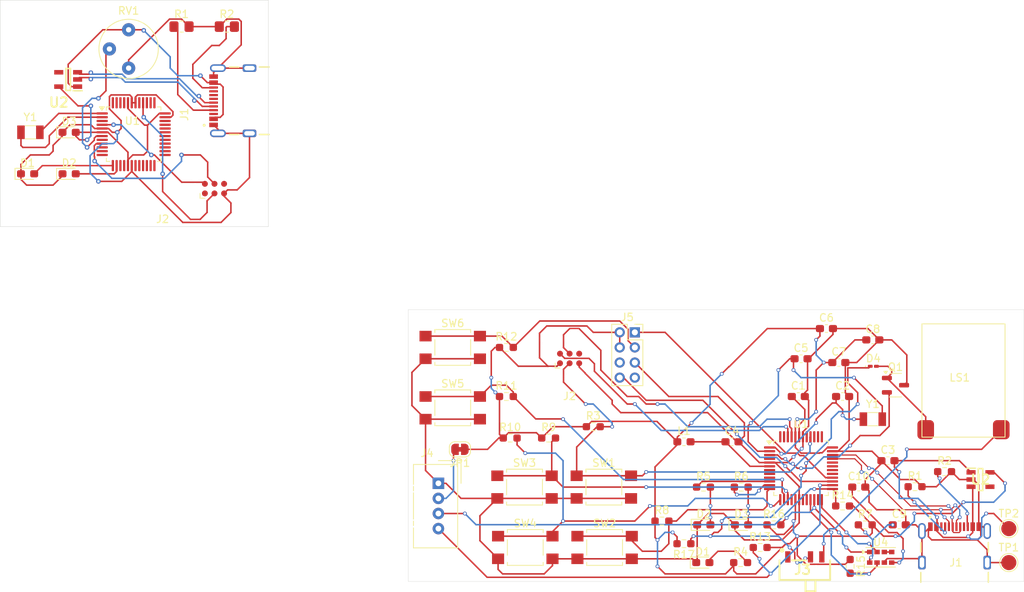
<source format=kicad_pcb>
(kicad_pcb (version 20240108) (generator "pcbnew") (generator_version "8.0")
  (layers (0 "F.Cu" signal) (31 "B.Cu" signal) (34 "B.Paste" user) (35 "F.Paste" user) (36 "B.SilkS" user "B.Silkscreen") (37 "F.SilkS" user "F.Silkscreen") (38 "B.Mask" user) (39 "F.Mask" user) (44 "Edge.Cuts" user))
  (net 0 "")
  (net 1 "GND")
  (net 2 "/ledOne")
  (net 3 "/ledTwo")
  (net 4 "/regV")
  (net 5 "+5V")
  (net 6 "/D-")
  (net 7 "/D+")
  (net 8 "/SWD")
  (net 9 "/SWC")
  (net 10 "/~{RST}")
  (net 11 "/pot_pin")
  (net 14 "/OutCrystal")
  (net 37 "/InCrystal")
  (footprint "Resistor_SMD:R_0603_1608Metric_Pad0.98x0.95mm_HandSolder" (layer "F.Cu") (at 90 72)
    (property "Reference" "R11")
    (property "Value" "10k")
  )
  (footprint "Resistor_SMD:R_0603_1608Metric_Pad0.98x0.95mm_HandSolder" (layer "F.Cu") (at 134.5 86.5)
    (property "Reference" "R14")
    (property "Value" "10k")
  )
  (footprint "Button_Switch_SMD:SW_SPST_TL3305A" (layer "F.Cu") (at 103 92)
    (property "Reference" "SW2")
    (property "Value" "SW_Push")
  )
  (footprint "Potentiometer_THT:Potentiometer_Bourns_3339P_Vertical_HandSoldering" (layer "F.Cu") (at 40 28.5)
    (property "Reference" "RV1")
    (property "Value" "R_Potentiometer")
  )
  (footprint "Sensor:Avago_APDS-9960" (layer "F.Cu") (at 139.5425 93.3)
    (property "Reference" "U4")
    (property "Value" "APDS-9960")
  )
  (footprint "Connector_PinSocket_2.00mm:PinSocket_2x04_P2.00mm_Vertical" (layer "F.Cu") (at 107 63.5)
    (property "Reference" "J5")
    (property "Value" "Conn_02x04_Top_Bottom")
  )
  (footprint "Jumper:SolderJumper-2_P1.3mm_Bridged_RoundedPad1.0x1.5mm" (layer "F.Cu") (at 83.85 79 180)
    (property "Reference" "JP1")
    (property "Value" "Jumper_2_Bridged")
  )
  (footprint "LED_SMD:LED_0603_1608Metric_Pad1.05x0.95mm_HandSolder" (layer "F.Cu") (at 116 94)
    (property "Reference" "D1")
    (property "Value" "GREEN")
  )
  (footprint "LED_SMD:LED_0603_1608Metric_Pad1.05x0.95mm_HandSolder" (layer "F.Cu") (at 26.625 42.5)
    (property "Reference" "D1")
    (property "Value" "LED")
  )
  (footprint "Capacitor_SMD:C_0603_1608Metric_Pad1.08x0.95mm_HandSolder" (layer "F.Cu") (at 141.9975 89)
    (property "Reference" "C9")
    (property "Value" "1uF")
  )
  (footprint "Resistor_SMD:R_0603_1608Metric_Pad0.98x0.95mm_HandSolder" (layer "F.Cu") (at 116.0875 84)
    (property "Reference" "R5")
    (property "Value" "1k")
  )
  (footprint "Resistor_SMD:R_0603_1608Metric_Pad0.98x0.95mm_HandSolder" (layer "F.Cu") (at 137.4975 89)
    (property "Reference" "R7")
    (property "Value" "22")
  )
  (footprint "Resistor_SMD:R_0603_1608Metric_Pad0.98x0.95mm_HandSolder" (layer "F.Cu") (at 123.5875 92)
    (property "Reference" "R13")
    (property "Value" "10k")
  )
  (footprint "Resistor_SMD:R_0603_1608Metric_Pad0.98x0.95mm_HandSolder" (layer "F.Cu") (at 148 81.95)
    (property "Reference" "R2")
    (property "Value" "5.1k")
  )
  (footprint "Connector:NS-Tech_Grove_1x04_P2mm_Vertical" (layer "F.Cu") (at 81 83.5)
    (property "Reference" "J4")
    (property "Value" "Conn_01x04_Socket")
  )
  (footprint "Resistor_SMD:R_0603_1608Metric_Pad0.98x0.95mm_HandSolder" (layer "F.Cu") (at 101.5 76)
    (property "Reference" "R3")
    (property "Value" "10k")
  )
  (footprint "Resistor_SMD:R_0603_1608Metric_Pad0.98x0.95mm_HandSolder" (layer "F.Cu") (at 125.4125 89)
    (property "Reference" "R16")
    (property "Value" "10k")
  )
  (footprint "Connector:Tag-Connect_TC2030-IDC-FP_2x03_P1.27mm_Vertical" (layer "F.Cu") (at 98.365 66.96)
    (property "Reference" "J2")
    (property "Value" "SWD_TAG-CONNECT")
  )
  (footprint "Package_QFP:TQFP-48_7x7mm_P0.5mm" (layer "F.Cu") (at 40.6625 37.25)
    (property "Reference" "U1")
    (property "Value" "ATSAMD21G18A-A")
  )
  (footprint "Package_QFP:TQFP-48_7x7mm_P0.5mm" (layer "F.Cu") (at 129 81.5)
    (property "Reference" "U1")
    (property "Value" "ATSAMD21G18A-A")
  )
  (footprint "Crystal:Crystal_SMD_3215-2Pin_3.2x1.5mm" (layer "F.Cu") (at 138.5 75)
    (property "Reference" "Y1")
    (property "Value" "Crystal_Small")
  )
  (footprint "Resistor_SMD:R_0603_1608Metric_Pad0.98x0.95mm_HandSolder" (layer "F.Cu") (at 90.5 77.5)
    (property "Reference" "R10")
    (property "Value" "10k")
  )
  (footprint "Resistor_SMD:R_0603_1608Metric_Pad0.98x0.95mm_HandSolder" (layer "F.Cu") (at 95.5875 77.5)
    (property "Reference" "R9")
    (property "Value" "10k")
  )
  (footprint "hcipcb:SSSS810701" (layer "F.Cu") (at 130.25 93.25)
    (property "Reference" "J3")
    (property "Value" "SSSS810701" (hide yes))
  )
  (footprint "Capacitor_SMD:C_0603_1608Metric_Pad1.08x0.95mm_HandSolder" (layer "F.Cu") (at 132.3625 63)
    (property "Reference" "C6")
    (property "Value" "0.1uF")
  )
  (footprint "Capacitor_SMD:C_0603_1608Metric_Pad1.08x0.95mm_HandSolder" (layer "F.Cu") (at 136.6375 84)
    (property "Reference" "C10")
    (property "Value" "1uF")
  )
  (footprint "Inductor_SMD:L_0603_1608Metric_Pad1.05x0.95mm_HandSolder" (layer "F.Cu") (at 113.5 78)
    (property "Reference" "L1")
    (property "Value" "FB-30R")
  )
  (footprint "Package_TO_SOT_SMD:SOT-23-3" (layer "F.Cu") (at 141.5 70.5)
    (property "Reference" "Q1")
    (property "Value" "NMOS")
  )
  (footprint "TestPoint:TestPoint_Pad_D2.0mm" (layer "F.Cu") (at 156.5 89.5)
    (property "Reference" "TP2")
    (property "Value" "GND_Test")
  )
  (footprint "Resistor_SMD:R_0603_1608Metric_Pad0.98x0.95mm_HandSolder" (layer "F.Cu") (at 121.0875 84)
    (property "Reference" "R6")
    (property "Value" "1k")
  )
  (footprint "Connector:Tag-Connect_TC2030-IDC-FP_2x03_P1.27mm_Vertical" (layer "F.Cu") (at 51.365 44.46)
    (property "Reference" "J2")
    (property "Value" "TAG-CONNECT")
  )
  (footprint "Button_Switch_SMD:SW_SPST_TL3305A" (layer "F.Cu") (at 82.9 73.5)
    (property "Reference" "SW5")
    (property "Value" "SW_Push")
  )
  (footprint "Capacitor_SMD:C_0603_1608Metric_Pad1.08x0.95mm_HandSolder" (layer "F.Cu") (at 140.5 80.5)
    (property "Reference" "C3")
    (property "Value" "1uF")
  )
  (footprint "Resistor_SMD:R_0805_2012Metric_Pad1.20x1.40mm_HandSolder" (layer "F.Cu") (at 53 23)
    (property "Reference" "R2")
    (property "Value" "5.1k")
  )
  (footprint "Capacitor_SMD:C_0603_1608Metric_Pad1.08x0.95mm_HandSolder" (layer "F.Cu") (at 138.5 64.5)
    (property "Reference" "C8")
    (property "Value" "1uF")
  )
  (footprint "LED_SMD:LED_0603_1608Metric_Pad1.05x0.95mm_HandSolder" (layer "F.Cu") (at 116.125 89)
    (property "Reference" "D2")
    (property "Value" "RED")
  )
  (footprint "Capacitor_SMD:C_0603_1608Metric_Pad1.08x0.95mm_HandSolder" (layer "F.Cu") (at 128.6375 72)
    (property "Reference" "C1")
    (property "Value" "0.1uF")
  )
  (footprint "TestPoint:TestPoint_Pad_D2.0mm" (layer "F.Cu") (at 156.5 94)
    (property "Reference" "TP1")
    (property "Value" "GND_Test")
  )
  (footprint "Button_Switch_SMD:SW_SPST_TL3305A" (layer "F.Cu") (at 102.9 84)
    (property "Reference" "SW1")
    (property "Value" "SW_Push")
  )
  (footprint "hcipcb:OWS-111535LA-8H" (layer "F.Cu") (at 150.5 70)
    (property "Reference" "LS1")
    (property "Value" "OWS-111535LA-8H")
  )
  (footprint "LED_SMD:LED_0603_1608Metric_Pad1.05x0.95mm_HandSolder" (layer "F.Cu") (at 32.125 37)
    (property "Reference" "D3")
    (property "Value" "LED")
  )
  (footprint "Resistor_SMD:R_0603_1608Metric_Pad0.98x0.95mm_HandSolder" (layer "F.Cu") (at 90 65.5)
    (property "Reference" "R12")
    (property "Value" "10k")
  )
  (footprint "Diode_SMD:D_0201_0603Metric_Pad0.64x0.40mm_HandSolder" (layer "F.Cu") (at 138.5675 68)
    (property "Reference" "D4")
    (property "Value" "LED_Small" (hide yes))
  )
  (footprint "hcipcb:SOT95P280X145-5N" (layer "F.Cu") (at 152.75 83)
    (property "Reference" "U2")
    (property "Value" "TLV73333PQDBVRQ1" (hide yes))
  )
  (footprint "Crystal:Crystal_SMD_3215-2Pin_3.2x1.5mm" (layer "F.Cu") (at 27 37)
    (property "Reference" "Y1")
    (property "Value" "Crystal")
  )
  (footprint "hcipcb:GCT_USB4105-GF-A" (layer "F.Cu") (at 56 32.82 90)
    (property "Reference" "J1")
    (property "Value" "USB4105-GF-A")
  )
  (footprint "Capacitor_SMD:C_0603_1608Metric_Pad1.08x0.95mm_HandSolder" (layer "F.Cu") (at 134 67.5)
    (property "Reference" "C7")
    (property "Value" "0.1uF")
  )
  (footprint "Resistor_SMD:R_0603_1608Metric_Pad0.98x0.95mm_HandSolder" (layer "F.Cu") (at 144.0875 83.95)
    (property "Reference" "R1")
    (property "Value" "5.1k")
  )
  (footprint "LED_SMD:LED_0603_1608Metric_Pad1.05x0.95mm_HandSolder" (layer "F.Cu") (at 121.125 89)
    (property "Reference" "D3")
    (property "Value" "RED")
  )
  (footprint "Button_Switch_SMD:SW_SPST_TL3305A" (layer "F.Cu") (at 92.4 84)
    (property "Reference" "SW3")
    (property "Value" "SW_Push")
  )
  (footprint "Resistor_SMD:R_0603_1608Metric_Pad0.98x0.95mm_HandSolder" (layer "F.Cu") (at 113.5 91.5 180)
    (property "Reference" "R17")
    (property "Value" "10k")
  )
  (footprint "hcipcb:GCT_USB4105-GF-A" (layer "F.Cu") (at 149.32 94)
    (property "Reference" "J1")
    (property "Value" "USB4105-GF-A")
  )
  (footprint "LED_SMD:LED_0603_1608Metric_Pad1.05x0.95mm_HandSolder" (layer "F.Cu") (at 32.125 42.5)
    (property "Reference" "D2")
    (property "Value" "LED")
  )
  (footprint "Capacitor_SMD:C_0603_1608Metric_Pad1.08x0.95mm_HandSolder" (layer "F.Cu") (at 134.5 72)
    (property "Reference" "C2")
    (property "Value" "15uF")
  )
  (footprint "hcipcb:SOT95P280X145-5N" (layer "F.Cu") (at 32 30 180)
    (property "Reference" "U2")
    (property "Value" "TLV73333PQDBVRQ1" (hide yes))
  )
  (footprint "Button_Switch_SMD:SW_SPST_TL3305A" (layer "F.Cu") (at 92.5 92)
    (property "Reference" "SW4")
    (property "Value" "SW_Push")
  )
  (footprint "Resistor_SMD:R_0603_1608Metric_Pad0.98x0.95mm_HandSolder" (layer "F.Cu") (at 110.5875 88.5)
    (property "Reference" "R8")
    (property "Value" "10k")
  )
  (footprint "Resistor_SMD:R_0805_2012Metric_Pad1.20x1.40mm_HandSolder" (layer "F.Cu") (at 47 23)
    (property "Reference" "R1")
    (property "Value" "5.1k")
  )
  (footprint "Capacitor_SMD:C_0603_1608Metric_Pad1.08x0.95mm_HandSolder" (layer "F.Cu") (at 129 67)
    (property "Reference" "C5")
    (property "Value" "15uF")
  )
  (footprint "Resistor_SMD:R_0603_1608Metric_Pad0.98x0.95mm_HandSolder" (layer "F.Cu") (at 135.5 94.5 -90)
    (property "Reference" "R15")
    (property "Value" "10k")
  )
  (footprint "Resistor_SMD:R_0603_1608Metric_Pad0.98x0.95mm_HandSolder" (layer "F.Cu") (at 121 94)
    (property "Reference" "R4")
    (property "Value" "1k")
  )
  (footprint "Button_Switch_SMD:SW_SPST_TL3305A" (layer "F.Cu") (at 82.9 65.5)
    (property "Reference" "SW6")
    (property "Value" "SW_Push")
  )
  (footprint "Capacitor_SMD:C_0603_1608Metric_Pad1.08x0.95mm_HandSolder" (layer "F.Cu") (at 119.8625 78)
    (property "Reference" "C4")
    (property "Value" "0.1uF")
  )
  (gr_rect (start 77 60.5) (end 158.5 96.5) (stroke (width 0.0381)) (fill none) (layer "Edge.Cuts"))
  (gr_rect (start 23 19.5) (end 58.5 49.5) (stroke (width 0.05)) (fill none) (layer "Edge.Cuts"))
  (segment (start 118 90) (end 117.5 90) (width 0.2) (layer "F.Cu") (net 0))
  (segment (start 94.675 77.5) (end 96.175 76) (width 0.2) (layer "F.Cu") (net 0))
  (segment (start 110 91) (end 109.675 90.675) (width 0.2) (layer "F.Cu") (net 0))
  (segment (start 130.75 85.6625) (end 130.75 86.75) (width 0.2) (layer "F.Cu") (net 0))
  (segment (start 132 67.5) (end 133.1375 67.5) (width 0.2) (layer "F.Cu") (net 0))
  (segment (start 90 70.5) (end 90.9125 71.4125) (width 0.2) (layer "F.Cu") (net 0))
  (segment (start 131.5 64) (end 131 64.5) (width 0.2) (layer "F.Cu") (net 0))
  (segment (start 128 67.1375) (end 128.1375 67) (width 0.2) (layer "F.Cu") (net 0))
  (segment (start 49.751471 31.1) (end 51.215 31.1) (width 0.2) (layer "F.Cu") (net 0))
  (segment (start 125 86.5) (end 125.4125 86.5) (width 0.2) (layer "F.Cu") (net 0))
  (segment (start 112.5875 90.5875) (end 112 90) (width 0.2) (layer "F.Cu") (net 0))
  (segment (start 89.0875 72) (end 89.0875 77) (width 0.2) (layer "F.Cu") (net 0))
  (segment (start 117 84) (end 117 86.5) (width 0.2) (layer "F.Cu") (net 0))
  (segment (start 79.3 72) (end 86.5 72) (width 0.2) (layer "F.Cu") (net 0))
  (segment (start 97.5 88.5) (end 107 88.5) (width 0.2) (layer "F.Cu") (net 0))
  (segment (start 140.583982 90.023) (end 141.69758 90.023) (width 0.2) (layer "F.Cu") (net 0))
  (segment (start 52.9 24.6) (end 52 25.5) (width 0.2) (layer "F.Cu") (net 0))
  (segment (start 134.5 73.725) (end 133.6375 72.8625) (width 0.2) (layer "F.Cu") (net 0))
  (segment (start 106.098 63.098) (end 106.098 64.598) (width 0.2) (layer "F.Cu") (net 0))
  (segment (start 109.675 81.325) (end 109.675 88.5) (width 0.2) (layer "F.Cu") (net 0))
  (segment (start 128.5 90.5) (end 127.5 91.5) (width 0.2) (layer "F.Cu") (net 0))
  (segment (start 127 91.5) (end 123 95.5) (width 0.2) (layer "F.Cu") (net 0))
  (segment (start 96 78) (end 96.5 77.5) (width 0.2) (layer "F.Cu") (net 0))
  (segment (start 96.175 76) (end 100.5875 76) (width 0.2) (layer "F.Cu") (net 0))
  (segment (start 133.6375 72) (end 133.6375 72.8625) (width 0.2) (layer "F.Cu") (net 0))
  (segment (start 136.585 89.085) (end 137.5 90) (width 0.2) (layer "F.Cu") (net 0))
  (segment (start 116.875 93.625) (end 118 92.5) (width 0.2) (layer "F.Cu") (net 0))
  (segment (start 122.675 92) (end 122.675 92.675) (width 0.2) (layer "F.Cu") (net 0))
  (segment (start 133.1375 67.5) (end 136.1375 64.5) (width 0.2) (layer "F.Cu") (net 0))
  (segment (start 91.4125 78.4125) (end 91.4125 77.5) (width 0.2) (layer "F.Cu") (net 0))
  (segment (start 90.2895 76.798) (end 93.973 76.798) (width 0.2) (layer "F.Cu") (net 0))
  (segment (start 119 95.5) (end 111 95.5) (width 0.2) (layer "F.Cu") (net 0))
  (segment (start 132 67.5) (end 131 68.5) (width 0.2) (layer "F.Cu") (net 0))
  (segment (start 120.175 84) (end 120.175 84.675) (width 0.2) (layer "F.Cu") (net 0))
  (segment (start 110.5 95) (end 110 94.5) (width 0.2) (layer "F.Cu") (net 0))
  (segment (start 152.9 79) (end 143 79) (width 0.2) (layer "F.Cu") (net 0))
  (segment (start 130.25 87.25) (end 133 90) (width 0.2) (layer "F.Cu") (net 0))
  (segment (start 135.5 95.4125) (end 137.9125 95.4125) (width 0.2) (layer "F.Cu") (net 0))
  (segment (start 141 68.9125) (end 141 68.5) (width 0.2) (layer "F.Cu") (net 0))
  (segment (start 48.5 29.848529) (end 49.751471 31.1) (width 0.2) (layer "F.Cu") (net 0))
  (segment (start 140.0275 92.6) (end 140.9975 92.6) (width 0.2) (layer "F.Cu") (net 0))
  (segment (start 151.72 84.17) (end 151.5 83.95) (width 0.2) (layer "F.Cu") (net 0))
  (segment (start 131 68.5) (end 131 74) (width 0.2) (layer "F.Cu") (net 0))
  (segment (start 106.6 90.5) (end 106.6 91.1) (width 0.2) (layer "F.Cu") (net 0))
  (segment (start 79.3 64) (end 86.5 64) (width 0.2) (layer "F.Cu") (net 0))
  (segment (start 138.41 89) (end 138.41 90.09) (width 0.2) (layer "F.Cu") (net 0))
  (segment (start 139.0575 94.4425) (end 139.0575 94) (width 0.2) (layer "F.Cu") (net 0))
  (segment (start 105 63.5) (end 105 65.5) (width 0.2) (layer "F.Cu") (net 0))
  (segment (start 129.673 94.227) (end 128.5 93.054) (width 0.2) (layer "F.Cu") (net 0))
  (segment (start 135.5 93.5875) (end 134.8605 94.227) (width 0.2) (layer "F.Cu") (net 0))
  (segment (start 128.25 88.25) (end 128.25 85.6625) (width 0.2) (layer "F.Cu") (net 0))
  (segment (start 133.5875 84.675) (end 133.1625 84.25) (width 0.2) (layer "F.Cu") (net 0))
  (segment (start 96.1 89.9) (end 97.5 88.5) (width 0.2) (layer "F.Cu") (net 0))
  (segment (start 112.625 77.375) (end 114.5 75.5) (width 0.2) (layer "F.Cu") (net 0))
  (segment (start 124.5 86.5) (end 124.5 84.5875) (width 0.2) (layer "F.Cu") (net 0))
  (segment (start 97.471 74.971) (end 97.5 75) (width 0.2) (layer "F.Cu") (net 0))
  (segment (start 140.3625 71.45) (end 140.662499 71.749999) (width 0.2) (layer "F.Cu") (net 0))
  (segment (start 139.75 73.25) (end 136 69.5) (width 0.2) (layer "F.Cu") (net 0))
  (segment (start 154.5 87.5) (end 153.5 87.5) (width 0.2) (layer "F.Cu") (net 0))
  (segment (start 127.5 91.5) (end 127 91.5) (width 0.2) (layer "F.Cu") (net 0))
  (segment (start 139.431 77.173) (end 136.827 77.173) (width 0.2) (layer "F.Cu") (net 0))
  (segment (start 129 81.5) (end 128.5 81.5) (width 0.2) (layer "F.Cu") (net 0))
  (segment (start 124.5 84.5875) (end 124.8375 84.25) (width 0.2) (layer "F.Cu") (net 0))
  (segment (start 126.5 92) (end 127 91.5) (width 0.2) (layer "F.Cu") (net 0))
  (segment (start 88.9 90.5) (end 96.1 90.5) (width 0.2) (layer "F.Cu") (net 0))
  (segment (start 89.0875 77) (end 89.5875 77.5) (width 0.2) (layer "F.Cu") (net 0))
  (segment (start 94.38755 66.876249) (end 95.5 67.988699) (width 0.2) (layer "F.Cu") (net 0))
  (segment (start 129.360382 79.827) (end 130.033382 80.5) (width 0.2) (layer "F.Cu") (net 0))
  (segment (start 120.0875 94) (end 120.0875 94.4125) (width 0.2) (layer "F.Cu") (net 0))
  (segment (start 128 89) (end 128 88.5) (width 0.2) (layer "F.Cu") (net 0))
  (segment (start 147 89.165) (end 146.92 89.245) (width 0.2) (layer "F.Cu") (net 0))
  (segment (start 143.175 85.175) (end 143.175 83.95) (width 0.2) (layer "F.Cu") (net 0))
  (segment (start 138.264502 93.322998) (end 138.0875 93.5) (width 0.2) (layer "F.Cu") (net 0))
  (segment (start 116.875 94) (end 116.875 93.625) (width 0.2) (layer "F.Cu") (net 0))
  (segment (start 129.5 75) (end 128.75 75.75) (width 0.2) (layer "F.Cu") (net 0))
  (segment (start 97.5 84) (end 108.5 84) (width 0.2) (layer "F.Cu") (net 0))
  (segment (start 132 93) (end 131.75 93.25) (width 0.2) (layer "F.Cu") (net 0))
  (segment (start 89 77.5) (end 87.5 79) (width 0.2) (layer "F.Cu") (net 0))
  (segment (start 89.5875 77.5) (end 89 77.5) (width 0.2) (layer "F.Cu") (net 0))
  (segment (start 46 23) (end 46.5 23.5) (width 0.2) (layer "F.Cu") (net 0))
  (segment (start 131.79366 79.45217) (end 132.49583 78.75) (width 0.2) (layer "F.Cu") (net 0))
  (segment (start 106.098 64.598) (end 107 65.5) (width 0.2) (layer "F.Cu") (net 0))
  (segment (start 132.25 82.75) (end 133.1625 82.75) (width 0.2) (layer "F.Cu") (net 0))
  (segment (start 126.325 88.84958) (end 127.08729 88.08729) (width 0.2) (layer "F.Cu") (net 0))
  (segment (start 155.5 76.4) (end 152.9 79) (width 0.2) (layer "F.Cu") (net 0))
  (segment (start 114.4125 91.5) (end 114.4125 90.8605) (width 0.2) (layer "F.Cu") (net 0))
  (segment (start 127.001004 79.5) (end 128.533382 79.5) (width 0.2) (layer "F.Cu") (net 0))
  (segment (start 132.49583 78.75) (end 133.1625 78.75) (width 0.2) (layer "F.Cu") (net 0))
  (segment (start 96 82.5) (end 88.8 82.5) (width 0.2) (layer "F.Cu") (net 0))
  (segment (start 131 75) (end 131 75.5) (width 0.2) (layer "F.Cu") (net 0))
  (segment (start 130.75 84.25) (end 133.1625 84.25) (width 0.2) (layer "F.Cu") (net 0))
  (segment (start 120.4125 92.5) (end 121.9125 94) (width 0.2) (layer "F.Cu") (net 0))
  (segment (start 107 63.5) (end 111.001004 63.5) (width 0.2) (layer "F.Cu") (net 0))
  (segment (start 144 87.5) (end 149 87.5) (width 0.2) (layer "F.Cu") (net 0))
  (segment (start 139.75 75) (end 139.75 73.25) (width 0.2) (layer "F.Cu") (net 0))
  (segment (start 111.5 91.5) (end 111.5 88.5) (width 0.2) (layer "F.Cu") (net 0))
  (segment (start 105 62) (end 106.098 63.098) (width 0.2) (layer "F.Cu") (net 0))
  (segment (start 116 72.5) (end 120.5 77) (width 0.2) (layer "F.Cu") (net 0))
  (segment (start 96.1 90.5) (end 96.1 89.9) (width 0.2) (layer "F.Cu") (net 0))
  (segment (start 122.349424 75.523) (end 122 75.872424) (width 0.2) (layer "F.Cu") (net 0))
  (segment (start 135.775 84) (end 135.775 85.214018) (width 0.2) (layer "F.Cu") (net 0))
  (segment (start 95.34445 62.65555) (end 94.38755 63.61245) (width 0.2) (layer "F.Cu") (net 0))
  (segment (start 127.5 92) (end 128.173 92.673) (width 0.2) (layer "F.Cu") (net 0))
  (segment (start 147.0875 82.5875) (end 147.34396 82.84396) (width 0.2) (layer "F.Cu") (net 0))
  (segment (start 51.215 31.1) (end 51.245 31.07) (width 0.2) (layer "F.Cu") (net 0))
  (segment (start 131.75 86.75) (end 135 90) (width 0.2) (layer "F.Cu") (net 0))
  (segment (start 151.72 90.02) (end 151.72 89.245) (width 0.2) (layer "F.Cu") (net 0))
  (segment (start 149 87.5) (end 150.5 86) (width 0.2) (layer "F.Cu") (net 0))
  (segment (start 124.5 92) (end 126.5 92) (width 0.2) (layer "F.Cu") (net 0))
  (segment (start 111.5 88.5) (end 112.5 88.5) (width 0.2) (layer "F.Cu") (net 0))
  (segment (start 46.5 23.5) (end 46.5 32) (width 0.2) (layer "F.Cu") (net 0))
  (segment (start 81 87.5) (end 84.5 87.5) (width 0.2) (layer "F.Cu") (net 0))
  (segment (start 48.57 34.07) (end 51.245 34.07) (width 0.2) (layer "F.Cu") (net 0))
  (segment (start 111.001004 63.5) (end 127.001004 79.5) (width 0.2) (layer "F.Cu") (net 0))
  (segment (start 147 88) (end 147 89.165) (width 0.2) (layer "F.Cu") (net 0))
  (segment (start 140.5 68) (end 138.975 68) (width 0.2) (layer "F.Cu") (net 0))
  (segment (start 138.41 90.09) (end 138 90.5) (width 0.2) (layer "F.Cu") (net 0))
  (segment (start 86.5 64) (end 89.4125 64) (width 0.2) (layer "F.Cu") (net 0))
  (segment (start 119.5 68.04) (end 124.54 63) (width 0.2) (layer "F.Cu") (net 0))
  (segment (start 135 92) (end 135.6 92.6) (width 0.2) (layer "F.Cu") (net 0))
  (segment (start 139.0575 92.5575) (end 139.0575 92.6) (width 0.2) (layer "F.Cu") (net 0))
  (segment (start 114 87) (end 124 87) (width 0.2) (layer "F.Cu") (net 0))
  (segment (start 146.92 89.774) (end 147.819 90.673) (width 0.2) (layer "F.Cu") (net 0))
  (segment (start 135.775 85.214018) (end 140.583982 90.023) (width 0.2) (layer "F.Cu") (net 0))
  (segment (start 88 66) (end 88 66.5) (width 0.2) (layer "F.Cu") (net 0))
  (segment (start 140.3625 69.55) (end 141 68.9125) (width 0.2) (layer "F.Cu") (net 0))
  (segment (start 138 91.5) (end 139.0575 92.5575) (width 0.2) (layer "F.Cu") (net 0))
  (segment (start 138.0875 93.5) (end 138.0875 94) (width 0.2) (layer "F.Cu") (net 0))
  (segment (start 125.90084 79.75) (end 124.8375 79.75) (width 0.2) (layer "F.Cu") (net 0))
  (segment (start 120.0875 95.0875) (end 120.0875 94) (width 0.2) (layer "F.Cu") (net 0))
  (segment (start 123.25 79.25) (end 124.8375 79.25) (width 0.2) (layer "F.Cu") (net 0))
  (segment (start 117.5 90) (end 117 90.5) (width 0.2) (layer "F.Cu") (net 0))
  (segment (start 88 70.5) (end 90 70.5) (width 0.2) (layer "F.Cu") (net 0))
  (segment (start 131.5 63) (end 131.5 64) (width 0.2) (layer "F.Cu") (net 0))
  (segment (start 89.0875 65.5) (end 91.576199 67.988699) (width 0.2) (layer "F.Cu") (net 0))
  (segment (start 129.56029 93.43971) (end 129.977262 93.43971) (width 0.2) (layer "F.Cu") (net 0))
  (segment (start 107 88.5) (end 109 86.5) (width 0.2) (layer "F.Cu") (net 0))
  (segment (start 112.625 78.375) (end 109.675 81.325) (width 0.2) (layer "F.Cu") (net 0))
  (segment (start 51 25.5) (end 48.5 28) (width 0.2) (layer "F.Cu") (net 0))
  (segment (start 106.6 91.1) (end 108 92.5) (width 0.2) (layer "F.Cu") (net 0))
  (segment (start 90.9125 65.5) (end 94.4125 62) (width 0.2) (layer "F.Cu") (net 0))
  (segment (start 128.173 92.673) (end 128.173 93.673) (width 0.2) (layer "F.Cu") (net 0))
  (segment (start 151.5 82.05) (end 149.95 80.5) (width 0.2) (layer "F.Cu") (net 0))
  (segment (start 120.0875 94.4125) (end 119 95.5) (width 0.2) (layer "F.Cu") (net 0))
  (segment (start 111 95.5) (end 110.5 95) (width 0.2) (layer "F.Cu") (net 0))
  (segment (start 141.3625 80.5) (end 141.3625 81.3625) (width 0.2) (layer "F.Cu") (net 0))
  (segment (start 128 88.5) (end 128.25 88.25) (width 0.2) (layer "F.Cu") (net 0))
  (segment (start 138.16 68) (end 137.958 68.202) (width 0.2) (layer "F.Cu") (net 0))
  (segment (start 87.5 79) (end 84.5 79) (width 0.2) (layer "F.Cu") (net 0))
  (segment (start 128.5 93.054) (end 128.5 90.5) (width 0.2) (layer "F.Cu") (net 0))
  (segment (start 137.9125 95.4125) (end 138 95.5) (width 0.2) (layer "F.Cu") (net 0))
  (segment (start 123.425 84.477) (end 123.425 84.425001) (width 0.2) (layer "F.Cu") (net 0))
  (segment (start 136.585 89) (end 136.585 89.085) (width 0.2) (layer "F.Cu") (net 0))
  (segment (start 126.325 89) (end 126.325 88.84958) (width 0.2) (layer "F.Cu") (net 0))
  (segment (start 130.25 85.6625) (end 130.25 87.25) (width 0.2) (layer "F.Cu") (net 0))
  (segment (start 133.1375 72.8625) (end 131 75) (width 0.2) (layer "F.Cu") (net 0))
  (segment (start 142 94) (end 140.9975 94) (width 0.2) (layer "F.Cu") (net 0))
  (segment (start 100.65555 62.65555) (end 101.5 63.5) (width 0.2) (layer "F.Cu") (net 0))
  (segment (start 129.662974 80.833928) (end 129.662974 81.837026) (width 0.2) (layer "F.Cu") (net 0))
  (segment (start 137.25 75) (end 136 75) (width 0.2) (layer "F.Cu") (net 0))
  (segment (start 93.973 76.798) (end 94.675 77.5) (width 0.2) (layer "F.Cu") (net 0))
  (segment (start 135.1895 70.1895) (end 136.5 71.5) (width 0.2) (layer "F.Cu") (net 0))
  (segment (start 136.827 77.173) (end 135.5 78.5) (width 0.2) (layer "F.Cu") (net 0))
  (segment (start 138.41 89) (end 139.91 90.5) (width 0.2) (layer "F.Cu") (net 0))
  (segment (start 133.6375 72.8625) (end 133.1375 72.8625) (width 0.2) (layer "F.Cu") (net 0))
  (segment (start 144 86) (end 143.175 85.175) (width 0.2) (layer "F.Cu") (net 0))
  (segment (start 112.5 88.5) (end 114 87) (width 0.2) (layer "F.Cu") (net 0))
  (segment (start 123.425 84.425001) (end 124.100001 83.75) (width 0.2) (layer "F.Cu") (net 0))
  (segment (start 90.9125 71.4125) (end 90.9125 72) (width 0.2) (layer "F.Cu") (net 0))
  (segment (start 128.25 75.25) (end 128.25 77.3375) (width 0.2) (layer "F.Cu") (net 0))
  (segment (start 146.92 89.245) (end 146.92 89.774) (width 0.2) (layer "F.Cu") (net 0))
  (segment (start 120.5 95.5) (end 120.0875 95.0875) (width 0.2) (layer "F.Cu") (net 0))
  (segment (start 96.701301 67.988699) (end 97.095 67.595) (width 0.2) (layer "F.Cu") (net 0))
  (segment (start 119.46 68.04) (end 119.5 68.04) (width 0.2) (layer "F.Cu") (net 0))
  (segment (start 115.925 83.25) (end 124.8375 83.25) (width 0.2) (layer "F.Cu") (net 0))
  (segment (start 123 95.5) (end 120.5 95.5) (width 0.2) (layer "F.Cu") (net 0))
  (segment (start 128 68.5) (end 128 67.1375) (width 0.2) (layer "F.Cu") (net 0))
  (segment (start 132 91.5) (end 132 93) (width 0.2) (layer "F.Cu") (net 0))
  (segment (start 125.768776 90.268776) (end 126.731224 90.268776) (width 0.2) (layer "F.Cu") (net 0))
  (segment (start 140.662499 71.749999) (end 140.662499 75.941501) (width 0.2) (layer "F.Cu") (net 0))
  (segment (start 151.72 89.245) (end 151.72 84.17) (width 0.2) (layer "F.Cu") (net 0))
  (segment (start 118.5 88.5) (end 118.5 89.5) (width 0.2) (layer "F.Cu") (net 0))
  (segment (start 126.731224 90.268776) (end 128 89) (width 0.2) (layer "F.Cu") (net 0))
  (segment (start 48.5 28) (end 48.5 29.848529) (width 0.2) (layer "F.Cu") (net 0))
  (segment (start 137.958 68.202) (end 135.1895 68.202) (width 0.2) (layer "F.Cu") (net 0))
  (segment (start 108.5 72.5) (end 116 72.5) (width 0.2) (layer "F.Cu") (net 0))
  (segment (start 126.5 83) (end 126.5 84.675001) (width 0.2) (layer "F.Cu") (net 0))
  (segment (start 141 68.5) (end 140.5 68) (width 0.2) (layer "F.Cu") (net 0))
  (segment (start 52 25.5) (end 51 25.5) (width 0.2) (layer "F.Cu") (net 0))
  (segment (start 122.675 92.675) (end 123.5 93.5) (width 0.2) (layer "F.Cu") (net 0))
  (segment (start 101.5 63.5) (end 105 63.5) (width 0.2) (layer "F.Cu") (net 0))
  (segment (start 156.5 89.5) (end 154.5 87.5) (width 0.2) (layer "F.Cu") (net 0))
  (segment (start 149.95 80.5) (end 141.3625 80.5) (width 0.2) (layer "F.Cu") (net 0))
  (segment (start 125.57542 78.75) (end 124.8375 78.75) (width 0.2) (layer "F.Cu") (net 0))
  (segment (start 147.819 90.673) (end 151.067 90.673) (width 0.2) (layer "F.Cu") (net 0))
  (segment (start 83 80.5) (end 83 79.2) (width 0.2) (layer "F.Cu") (net 0))
  (segment (start 141.69758 90.023) (end 142.5 90.82542) (width 0.2) (layer "F.Cu") (net 0))
  (segment (start 156 83.5) (end 154.55 82.05) (width 0.2) (layer "F.Cu") (net 0))
  (segment (start 124.5 95.95) (end 87.45 95.95) (width 0.2) (layer "F.Cu") (net 0))
  (segment (start 91.576199 67.988699) (end 95.5 67.988699) (width 0.2) (layer "F.Cu") (net 0))
  (segment (start 94.38755 63.61245) (end 94.38755 66.876249) (width 0.2) (layer "F.Cu") (net 0))
  (segment (start 89.4125 64) (end 90.9125 65.5) (width 0.2) (layer "F.Cu") (net 0))
  (segment (start 127 84.5) (end 127.25 84.75) (width 0.2) (layer "F.Cu") (net 0))
  (segment (start 142.5 90.82542) (end 142.5 92.5) (width 0.2) (layer "F.Cu") (net 0))
  (segment (start 135.6 92.6) (end 138.0875 92.6) (width 0.2) (layer "F.Cu") (net 0))
  (segment (start 128.25 78.75417) (end 128.99583 79.5) (width 0.2) (layer "F.Cu") (net 0))
  (segment (start 148.07 89.990991) (end 148.037125 90.023866) (width 0.2) (layer "F.Cu") (net 0))
  (segment (start 134.5 74.5) (end 134.5 73.725) (width 0.2) (layer "F.Cu") (net 0))
  (segment (start 86.5 72) (end 88 70.5) (width 0.2) (layer "F.Cu") (net 0))
  (segment (start 135.4125 86.5) (end 135.91 86.5) (width 0.2) (layer "F.Cu") (net 0))
  (segment (start 94.4125 62) (end 105 62) (width 0.2) (layer "F.Cu") (net 0))
  (segment (start 109.675 90.675) (end 109.675 88.5) (width 0.2) (layer "F.Cu") (net 0))
  (segment (start 151.067 90.673) (end 151.72 90.02) (width 0.2) (layer "F.Cu") (net 0))
  (segment (start 154.55 82.05) (end 154 82.05) (width 0.2) (layer "F.Cu") (net 0))
  (segment (start 88.54375 71.45625) (end 89.0875 72) (width 0.2) (layer "F.Cu") (net 0))
  (segment (start 105 69.5) (end 105.5 69.5) (width 0.2) (layer "F.Cu") (net 0))
  (segment (start 101.2895 75.298) (end 109.923 75.298) (width 0.2) (layer "F.Cu") (net 0))
  (segment (start 136.1375 64.5) (end 137.6375 64.5) (width 0.2) (layer "F.Cu") (net 0))
  (segment (start 118.5 89.5) (end 118 90) (width 0.2) (layer "F.Cu") (net 0))
  (segment (start 89.5875 77.5) (end 90.2895 76.798) (width 0.2) (layer "F.Cu") (net 0))
  (segment (start 126.5 84.675001) (end 126.75 84.925001) (width 0.2) (layer "F.Cu") (net 0))
  (segment (start 96 82.5) (end 97.5 84) (width 0.2) (layer "F.Cu") (net 0))
  (segment (start 124.54 63) (end 131.5 63) (width 0.2) (layer "F.Cu") (net 0))
  (segment (start 138 95.5) (end 139.0575 94.4425) (width 0.2) (layer "F.Cu") (net 0))
  (segment (start 124.5 89) (end 125.768776 90.268776) (width 0.2) (layer "F.Cu") (net 0))
  (segment (start 128.173 93.673) (end 128.5 94) (width 0.2) (layer "F.Cu") (net 0))
  (segment (start 100.5875 76) (end 101.2895 75.298) (width 0.2) (layer "F.Cu") (net 0))
  (segment (start 112.625 78) (end 112.625 78.375) (width 0.2) (layer "F.Cu") (net 0))
  (segment (start 112.5875 91.5) (end 112.5875 90.5875) (width 0.2) (layer "F.Cu") (net 0))
  (segment (start 134.8605 94.227) (end 129.673 94.227) (width 0.2) (layer "F.Cu") (net 0))
  (segment (start 110.5 92.5) (end 111.5 91.5) (width 0.2) (layer "F.Cu") (net 0))
  (segment (start 105.5 69.5) (end 108.5 72.5) (width 0.2) (layer "F.Cu") (net 0))
  (segment (start 130.75 86.75) (end 134 90) (width 0.2) (layer "F.Cu") (net 0))
  (segment (start 114.375 78) (end 119 78) (width 0.2) (layer "F.Cu") (net 0))
  (segment (start 135.1895 68.202) (end 135.1895 70.1895) (width 0.2) (layer "F.Cu") (net 0))
  (segment (start 129.5 73.725) (end 129.5 75) (width 0.2) (layer "F.Cu") (net 0))
  (segment (start 128.99583 79.5) (end 131.45217 79.5) (width 0.2) (layer "F.Cu") (net 0))
  (segment (start 131.523 83.75) (end 133.1625 83.75) (width 0.2) (layer "F.Cu") (net 0))
  (segment (start 122.25 81.25) (end 124.8375 81.25) (width 0.2) (layer "F.Cu") (net 0))
  (segment (start 52.9 23.1) (end 52.9 24.6) (width 0.2) (layer "F.Cu") (net 0))
  (segment (start 128.75 75.75) (end 128.75 77.3375) (width 0.2) (layer "F.Cu") (net 0))
  (segment (start 128.533382 79.5) (end 128.860382 79.827) (width 0.2) (layer "F.Cu") (net 0))
  (segment (start 148.07 89.245) (end 148.07 89.990991) (width 0.2) (layer "F.Cu") (net 0))
  (segment (start 125.4125 86.5) (end 126.25 85.6625) (width 0.2) (layer "F.Cu") (net 0))
  (segment (start 117 88) (end 117 89) (width 0.2) (layer "F.Cu") (net 0))
  (segment (start 128.5 81.5) (end 127.91271 80.91271) (width 0.2) (layer "F.Cu") (net 0))
  (segment (start 96 82.5) (end 96 78) (width 0.2) (layer "F.Cu") (net 0))
  (segment (start 129.977262 93.43971) (end 130.018776 93.481224) (width 0.2) (layer "F.Cu") (net 0))
  (segment (start 93.8835 74.971) (end 97.471 74.971) (width 0.2) (layer "F.Cu") (net 0))
  (segment (start 138 90.5) (end 128.5 90.5) (width 0.2) (layer "F.Cu") (net 0))
  (segment (start 100.65555 62.65555) (end 95.34445 62.65555) (width 0.2) (layer "F.Cu") (net 0))
  (segment (start 131.5 83.773) (end 131.523 83.75) (width 0.2) (layer "F.Cu") (net 0))
  (segment (start 127.5 67) (end 128.1375 67) (width 0.2) (layer "F.Cu") (net 0))
  (segment (start 108 92.5) (end 110.5 92.5) (width 0.2) (layer "F.Cu") (net 0))
  (segment (start 128.5 75) (end 128.25 75.25) (width 0.2) (layer "F.Cu") (net 0))
  (segment (start 124.975 95.475) (end 124.5 95.95) (width 0.2) (layer "F.Cu") (net 0))
  (segment (start 151 87.5) (end 151 89.175) (width 0.2) (layer "F.Cu") (net 0))
  (segment (start 126.42384 80.273) (end 125.90084 79.75) (width 0.2) (layer "F.Cu") (net 0))
  (segment (start 131.5 79.45217) (end 131.79366 79.45217) (width 0.2) (layer "F.Cu") (net 0))
  (segment (start 115.175 84) (end 115.925 83.25) (width 0.2) (layer "F.Cu") (net 0))
  (segment (start 151 89.175) (end 151.07 89.245) (width 0.2) (layer "F.Cu") (net 0))
  (segment (start 128.860382 79.827) (end 129.360382 79.827) (width 0.2) (layer "F.Cu") (net 0))
  (segment (start 89.0875 65.5) (end 88.5 65.5) (width 0.2) (layer "F.Cu") (net 0))
  (segment (start 112.625 78) (end 112.625 77.375) (width 0.2) (layer "F.Cu") (net 0))
  (segment (start 54 23) (end 53 23) (width 0.2) (layer "F.Cu") (net 0))
  (segment (start 126.91271 80.273) (end 126.42384 80.273) (width 0.2) (layer "F.Cu") (net 0))
  (segment (start 88 66.5) (end 88 69.5) (width 0.2) (layer "F.Cu") (net 0))
  (segment (start 131.45217 79.5) (end 131.5 79.45217) (width 0.2) (layer "F.Cu") (net 0))
  (segment (start 126 68.5) (end 127.5 67) (width 0.2) (layer "F.Cu") (net 0))
  (segment (start 130.033382 80.533382) (end 132.25 82.75) (width 0.2) (layer "F.Cu") (net 0))
  (segment (start 120.175 84.675) (end 120.5 85) (width 0.2) (layer "F.Cu") (net 0))
  (segment (start 124 87) (end 124.5 86.5) (width 0.2) (layer "F.Cu") (net 0))
  (segment (start 140.3625 69.55) (end 145.5 74.6875) (width 0.2) (layer "F.Cu") (net 0))
  (segment (start 122 84) (end 122 86.5) (width 0.2) (layer "F.Cu") (net 0))
  (segment (start 145.5 77) (end 145 77.5) (width 0.2) (layer "F.Cu") (net 0))
  (segment (start 126.75 84.925001) (end 126.75 85.6625) (width 0.2) (layer "F.Cu") (net 0))
  (segment (start 136.5 71.5) (end 136.5 73) (width 0.2) (layer "F.Cu") (net 0))
  (segment (start 53 23) (end 52.9 23.1) (width 0.2) (layer "F.Cu") (net 0))
  (segment (start 119 78) (end 122.25 81.25) (width 0.2) (layer "F.Cu") (net 0))
  (segment (start 122 78) (end 123.25 79.25) (width 0.2) (layer "F.Cu") (net 0))
  (segment (start 122 75.872424) (end 122 78) (width 0.2) (layer "F.Cu") (net 0))
  (segment (start 83 79.2) (end 83.2 79) (width 0.2) (layer "F.Cu") (net 0))
  (segment (start 87.45 95.95) (end 81 89.5) (width 0.2) (layer "F.Cu") (net 0))
  (segment (start 128.25 77.3375) (end 128.25 78.75417) (width 0.2) (layer "F.Cu") (net 0))
  (segment (start 106.6 90.5) (end 99.4 90.5) (width 0.2) (layer "F.Cu") (net 0))
  (segment (start 141.3625 81.3625) (end 142 82) (width 0.2) (layer "F.Cu") (net 0))
  (segment (start 92.5 79.5) (end 91.4125 78.4125) (width 0.2) (layer "F.Cu") (net 0))
  (segment (start 95.5 67.988699) (end 96.701301 67.988699) (width 0.2) (layer "F.Cu") (net 0))
  (segment (start 145.5 74.6875) (end 145.5 76.073) (width 0.2) (layer "F.Cu") (net 0))
  (segment (start 118 92.5) (end 120.4125 92.5) (width 0.2) (layer "F.Cu") (net 0))
  (segment (start 114.4125 90.8605) (end 114.773 90.5) (width 0.2) (layer "F.Cu") (net 0))
  (segment (start 129.662974 81.837026) (end 129 82.5) (width 0.2) (layer "F.Cu") (net 0))
  (segment (start 127.775 72) (end 129.5 73.725) (width 0.2) (layer "F.Cu") (net 0))
  (segment (start 130.033382 80.5) (end 130.033382 80.533382) (width 0.2) (layer "F.Cu") (net 0))
  (segment (start 126.91271 81.227) (end 128.93571 83.25) (width 0.2) (layer "F.Cu") (net 0))
  (segment (start 140.662499 75.941501) (end 139.431 77.173) (width 0.2) (layer "F.Cu") (net 0))
  (segment (start 127.25 84.75) (end 127.25 85.6625) (width 0.2) (layer "F.Cu") (net 0))
  (segment (start 133.5875 86.5) (end 133.5875 84.675) (width 0.2) (layer "F.Cu") (net 0))
  (segment (start 139.91 90.5) (end 141.5 90.5) (width 0.2) (layer "F.Cu") (net 0))
  (segment (start 118.5 69) (end 119.46 68.04) (width 0.2) (layer "F.Cu") (net 0))
  (segment (start 147.0875 81.95) (end 147.0875 82.5875) (width 0.2) (layer "F.Cu") (net 0))
  (segment (start 88.5 65.5) (end 88 66) (width 0.2) (layer "F.Cu") (net 0))
  (segment (start 90.9125 72) (end 93.8835 74.971) (width 0.2) (layer "F.Cu") (net 0))
  (segment (start 122 87.5) (end 122 89) (width 0.2) (layer "F.Cu") (net 0))
  (segment (start 135.91 86.5) (end 138.41 89) (width 0.2) (layer "F.Cu") (net 0))
  (segment (start 126.41271 79.58729) (end 125.57542 78.75) (width 0.2) (layer "F.Cu") (net 0))
  (segment (start 124.100001 83.75) (end 124.8375 83.75) (width 0.2) (layer "F.Cu") (net 0))
  (segment (start 46.5 32) (end 48.57 34.07) (width 0.2) (layer "F.Cu") (net 0))
  (segment (start 109.923 75.298) (end 112.625 78) (width 0.2) (layer "F.Cu") (net 0))
  (segment (start 131.75 85.6625) (end 131.75 86.75) (width 0.2) (layer "F.Cu") (net 0))
  (segment (start 128.93571 83.25) (end 133.1625 83.25) (width 0.2) (layer "F.Cu") (net 0))
  (via (at 126.91271 81.227) (size 0.5) (drill 0.3) (layers "F.Cu" "B.Cu") (net 0))
  (via (at 120.5 77) (size 0.5) (drill 0.3) (layers "F.Cu" "B.Cu") (net 0))
  (via (at 97.5 88.5) (size 0.5) (drill 0.3) (layers "F.Cu" "B.Cu") (net 0))
  (via (at 128 68.5) (size 0.5) (drill 0.3) (layers "F.Cu" "B.Cu") (net 0))
  (via (at 129.56029 93.43971) (size 0.5) (drill 0.3) (layers "F.Cu" "B.Cu") (net 0))
  (via (at 147 88) (size 0.5) (drill 0.3) (layers "F.Cu" "B.Cu") (net 0))
  (via (at 126 68.5) (size 0.5) (drill 0.3) (layers "F.Cu" "B.Cu") (net 0))
  (via (at 131 75.5) (size 0.5) (drill 0.3) (layers "F.Cu" "B.Cu") (net 0))
  (via (at 141.135 89) (size 0.5) (drill 0.3) (layers "F.Cu" "B.Cu") (net 0))
  (via (at 130.75 84.25) (size 0.5) (drill 0.3) (layers "F.Cu" "B.Cu") (net 0))
  (via (at 151 87.5) (size 0.5) (drill 0.3) (layers "F.Cu" "B.Cu") (net 0))
  (via (at 108.5 84) (size 0.5) (drill 0.3) (layers "F.Cu" "B.Cu") (net 0))
  (via (at 131 64.5) (size 0.5) (drill 0.3) (layers "F.Cu" "B.Cu") (net 0))
  (via (at 114.5 75.5) (size 0.5) (drill 0.3) (layers "F.Cu" "B.Cu") (net 0))
  (via (at 131.5 83.773) (size 0.5) (drill 0.3) (layers "F.Cu" "B.Cu") (net 0))
  (via (at 133 90) (size 0.5) (drill 0.3) (layers "F.Cu" "B.Cu") (net 0))
  (via (at 124.975 95.475) (size 0.5) (drill 0.3) (layers "F.Cu" "B.Cu") (net 0))
  (via (at 141.5 90.5) (size 0.5) (drill 0.3) (layers "F.Cu" "B.Cu") (net 0))
  (via (at 135.5 78.5) (size 0.5) (drill 0.3) (layers "F.Cu" "B.Cu") (net 0))
  (via (at 142 94) (size 0.5) (drill 0.3) (layers "F.Cu" "B.Cu") (net 0))
  (via (at 88 69.5) (size 0.5) (drill 0.3) (layers "F.Cu" "B.Cu") (net 0))
  (via (at 122 86.5) (size 0.5) (drill 0.3) (layers "F.Cu" "B.Cu") (net 0))
  (via (at 134.5 74.5) (size 0.5) (drill 0.3) (layers "F.Cu" "B.Cu") (net 0))
  (via (at 143 79) (size 0.5) (drill 0.3) (layers "F.Cu" "B.Cu") (net 0))
  (via (at 137.5 90) (size 0.5) (drill 0.3) (layers "F.Cu" "B.Cu") (net 0))
  (via (at 117 86.5) (size 0.5) (drill 0.3) (layers "F.Cu" "B.Cu") (net 0))
  (via (at 127 84.5) (size 0.5) (drill 0.3) (layers "F.Cu" "B.Cu") (net 0))
  (via (at 153.5 87.5) (size 0.5) (drill 0.3) (layers "F.Cu" "B.Cu") (net 0))
  (via (at 122.349424 75.523) (size 0.5) (drill 0.3) (layers "F.Cu" "B.Cu") (net 0))
  (via (at 144 86) (size 0.5) (drill 0.3) (layers "F.Cu" "B.Cu") (net 0))
  (via (at 136 75) (size 0.5) (drill 0.3) (layers "F.Cu" "B.Cu") (net 0))
  (via (at 126.91271 80.273) (size 0.5) (drill 0.3) (layers "F.Cu" "B.Cu") (net 0))
  (via (at 142.5 92.5) (size 0.5) (drill 0.3) (layers "F.Cu" "B.Cu") (net 0))
  (via (at 138 91.5) (size 0.5) (drill 0.3) (layers "F.Cu" "B.Cu") (net 0))
  (via (at 88.54375 71.45625) (size 0.5) (drill 0.3) (layers "F.Cu" "B.Cu") (net 0))
  (via (at 130.75 86.75) (size 0.5) (drill 0.3) (layers "F.Cu" "B.Cu") (net 0))
  (via (at 151.12 90.523) (size 0.5) (drill 0.3) (layers "F.Cu" "B.Cu") (net 0))
  (via (at 129 82.5) (size 0.5) (drill 0.3) (layers "F.Cu" "B.Cu") (net 0))
  (via (at 135 92) (size 0.5) (drill 0.3) (layers "F.Cu" "B.Cu") (net 0))
  (via (at 138 95.5) (size 0.5) (drill 0.3) (layers "F.Cu" "B.Cu") (net 0))
  (via (at 147.34396 82.84396) (size 0.5) (drill 0.3) (layers "F.Cu" "B.Cu") (net 0))
  (via (at 144 87.5) (size 0.5) (drill 0.3) (layers "F.Cu" "B.Cu") (net 0))
  (via (at 126.41271 79.58729) (size 0.5) (drill 0.3) (layers "F.Cu" "B.Cu") (net 0))
  (via (at 128.5 90.5) (size 0.5) (drill 0.3) (layers "F.Cu" "B.Cu") (net 0))
  (via (at 131 74) (size 0.5) (drill 0.3) (layers "F.Cu" "B.Cu") (net 0))
  (via (at 125 86.5) (size 0.5) (drill 0.3) (layers "F.Cu" "B.Cu") (net 0))
  (via (at 117 90.5) (size 0.5) (drill 0.3) (layers "F.Cu" "B.Cu") (net 0))
  (via (at 148.037125 90.023866) (size 0.5) (drill 0.3) (layers "F.Cu" "B.Cu") (net 0))
  (via (at 97.5 75) (size 0.5) (drill 0.3) (layers "F.Cu" "B.Cu") (net 0))
  (via (at 127.5 92) (size 0.5) (drill 0.3) (layers "F.Cu" "B.Cu") (net 0))
  (via (at 122 87.5) (size 0.5) (drill 0.3) (layers "F.Cu" "B.Cu") (net 0))
  (via (at 135 90) (size 0.5) (drill 0.3) (layers "F.Cu" "B.Cu") (net 0))
  (via (at 92.5 79.5) (size 0.5) (drill 0.3) (layers "F.Cu" "B.Cu") (net 0))
  (via (at 84.5 87.5) (size 0.5) (drill 0.3) (layers "F.Cu" "B.Cu") (net 0))
  (via (at 142 82) (size 0.5) (drill 0.3) (layers "F.Cu" "B.Cu") (net 0))
  (via (at 127.08729 88.08729) (size 0.5) (drill 0.3) (layers "F.Cu" "B.Cu") (net 0))
  (via (at 136 69.5) (size 0.5) (drill 0.3) (layers "F.Cu" "B.Cu") (net 0))
  (via (at 156 83.5) (size 0.5) (drill 0.3) (layers "F.Cu" "B.Cu") (net 0))
  (via (at 128 88.5) (size 0.5) (drill 0.3) (layers "F.Cu" "B.Cu") (net 0))
  (via (at 136.5 73) (size 0.5) (drill 0.3) (layers "F.Cu" "B.Cu") (net 0))
  (via (at 150.5 86) (size 0.5) (drill 0.3) (layers "F.Cu" "B.Cu") (net 0))
  (via (at 128.5 75) (size 0.5) (drill 0.3) (layers "F.Cu" "B.Cu") (net 0))
  (via (at 134 90) (size 0.5) (drill 0.3) (layers "F.Cu" "B.Cu") (net 0))
  (via (at 132 91.5) (size 0.5) (drill 0.3) (layers "F.Cu" "B.Cu") (net 0))
  (via (at 120.5 85) (size 0.5) (drill 0.3) (layers "F.Cu" "B.Cu") (net 0))
  (via (at 109 86.5) (size 0.5) (drill 0.3) (layers "F.Cu" "B.Cu") (net 0))
  (via (at 123.425 84.477) (size 0.5) (drill 0.3) (layers "F.Cu" "B.Cu") (net 0))
  (via (at 138.264502 93.322998) (size 0.5) (drill 0.3) (layers "F.Cu" "B.Cu") (net 0))
  (via (at 112 90) (size 0.5) (drill 0.3) (layers "F.Cu" "B.Cu") (net 0))
  (via (at 127.91271 80.91271) (size 0.5) (drill 0.3) (layers "F.Cu" "B.Cu") (net 0))
  (via (at 110 91) (size 0.5) (drill 0.3) (layers "F.Cu" "B.Cu") (net 0))
  (via (at 83 80.5) (size 0.5) (drill 0.3) (layers "F.Cu" "B.Cu") (net 0))
  (via (at 129.662974 80.833928) (size 0.5) (drill 0.3) (layers "F.Cu" "B.Cu") (net 0))
  (via (at 129 81.5) (size 0.5) (drill 0.3) (layers "F.Cu" "B.Cu") (net 0))
  (via (at 110 94.5) (size 0.5) (drill 0.3) (layers "F.Cu" "B.Cu") (net 0))
  (via (at 114.773 90.5) (size 0.5) (drill 0.3) (layers "F.Cu" "B.Cu") (net 0))
  (via (at 118.5 88.5) (size 0.5) (drill 0.3) (layers "F.Cu" "B.Cu") (net 0))
  (via (at 128.5 94) (size 0.5) (drill 0.3) (layers "F.Cu" "B.Cu") (net 0))
  (via (at 118.5 69) (size 0.5) (drill 0.3) (layers "F.Cu" "B.Cu") (net 0))
  (via (at 126.5 83) (size 0.5) (drill 0.3) (layers "F.Cu" "B.Cu") (net 0))
  (via (at 117 88) (size 0.5) (drill 0.3) (layers "F.Cu" "B.Cu") (net 0))
  (via (at 132 67.5) (size 0.5) (drill 0.3) (layers "F.Cu" "B.Cu") (net 0))
  (via (at 123.5 93.5) (size 0.5) (drill 0.3) (layers "F.Cu" "B.Cu") (net 0))
  (segment (start 134 80) (end 135.5 78.5) (width 0.2) (layer "B.Cu") (net 0))
  (segment (start 130.150402 87.349598) (end 130.75 86.75) (width 0.2) (layer "B.Cu") (net 0))
  (segment (start 96.5 79.5) (end 97.5 80.5) (width 0.2) (layer "B.Cu") (net 0))
  (segment (start 82.5 85) (end 83 84.5) (width 0.2) (layer "B.Cu") (net 0))
  (segment (start 142.5 92.5) (end 142.5 93.5) (width 0.2) (layer "B.Cu") (net 0))
  (segment (start 82 85.5) (end 82.5 85) (width 0.2) (layer "B.Cu") (net 0))
  (segment (start 125 88) (end 119 88) (width 0.2) (layer "B.Cu") (net 0))
  (segment (start 147.34396 83.51854) (end 151 87.17458) (width 0.2) (layer "B.Cu") (net 0))
  (segment (start 117 90.5) (end 126 90.5) (width 0.2) (layer "B.Cu") (net 0))
  (segment (start 147.513259 89.5) (end 147.5 89.5) (width 0.2) (layer "B.Cu") (net 0))
  (segment (start 120.5 77) (end 123.56429 80.06429) (width 0.2) (layer "B.Cu") (net 0))
  (segment (start 151.492 90.895) (end 151.12 90.523) (width 0.2) (layer "B.Cu") (net 0))
  (segment (start 152.480787 90.895) (end 151.492 90.895) (width 0.2) (layer "B.Cu") (net 0))
  (segment (start 147.5 89.5) (end 144.5 86.5) (width 0.2) (layer "B.Cu") (net 0))
  (segment (start 138.477 93.1105) (end 138.477 91) (width 0.2) (layer "B.Cu") (net 0))
  (segment (start 156 84) (end 156 83.5) (width 0.2) (layer "B.Cu") (net 0))
  (segment (start 134.5 90.5) (end 134.5 91.5) (width 0.2) (layer "B.Cu") (net 0))
  (segment (start 136 69.5) (end 129 69.5) (width 0.2) (layer "B.Cu") (net 0))
  (segment (start 134.5 74.5) (end 135 75) (width 0.2) (layer "B.Cu") (net 0))
  (segment (start 129 94) (end 129.56029 93.43971) (width 0.2) (layer "B.Cu") (net 0))
  (segment (start 114.773 90.5) (end 117 90.5) (width 0.2) (layer "B.Cu") (net 0))
  (segment (start 128.5 90.5) (end 128 90) (width 0.2) (layer "B.Cu") (net 0))
  (segment (start 97.5 80.5) (end 97.5 88.5) (width 0.2) (layer "B.Cu") (net 0))
  (segment (start 105.5 83) (end 126.5 83) (width 0.2) (layer "B.Cu") (net 0))
  (segment (start 133 77.496902) (end 129.662974 80.833928) (width 0.2) (layer "B.Cu") (net 0))
  (segment (start 131 74) (end 130 75) (width 0.2) (layer "B.Cu") (net 0))
  (segment (start 127.91271 80.91271) (end 127.55242 80.91271) (width 0.2) (layer "B.Cu") (net 0))
  (segment (start 117 86.5) (end 117 88) (width 0.2) (layer "B.Cu") (net 0))
  (segment (start 132.80242 89.523) (end 132 90.32542) (width 0.2) (layer "B.Cu") (net 0))
  (segment (start 134 74) (end 133 75) (width 0.2) (layer "B.Cu") (net 0))
  (segment (start 88 70.9125) (end 88 69.5) (width 0.2) (layer "B.Cu") (net 0))
  (segment (start 133 93) (end 135.5 95.5) (width 0.2) (layer "B.Cu") (net 0))
  (segment (start 153.5 87.5) (end 152.913 88.087) (width 0.2) (layer "B.Cu") (net 0))
  (segment (start 128.5 94) (end 129 94) (width 0.2) (layer "B.Cu") (net 0))
  (segment (start 131 75.5) (end 126.91271 79.58729) (width 0.2) (layer "B.Cu") (net 0))
  (segment (start 123.5 94) (end 123.5 93.5) (width 0.2) (layer "B.Cu") (net 0))
  (segment (start 144.5 85.5) (end 147 88) (width 0.2) (layer "B.Cu") (net 0))
  (segment (start 128 90) (end 128 88.5) (width 0.2) (layer "B.Cu") (net 0))
  (segment (start 133 75) (end 133 77.496902) (width 0.2) (layer "B.Cu") (net 0))
  (segment (start 134 90) (end 134.5 90.5) (width 0.2) (layer "B.Cu") (net 0))
  (segment (start 148.037125 90.023866) (end 147.513259 89.5) (width 0.2) (layer "B.Cu") (net 0))
  (segment (start 147.34396 82.84396) (end 147.34396 83.51854) (width 0.2) (layer "B.Cu") (net 0))
  (segment (start 140.477 89) (end 138.477 91) (width 0.2) (layer "B.Cu") (net 0))
  (segment (start 83 84) (end 83 80.5) (width 0.2) (layer "B.Cu") (net 0))
  (segment (start 135 75) (end 136 75) (width 0.2) (layer "B.Cu") (net 0))
  (segment (start 127.824982 87.349598) (end 130.150402 87.349598) (width 0.2) (layer "B.Cu") (net 0))
  (segment (start 141.135 89) (end 140.477 89) (width 0.2) (layer "B.Cu") (net 0))
  (segment (start 156 84.5) (end 156 84) (width 0.2) (layer "B.Cu") (net 0))
  (segment (start 132 80) (end 134 80) (width 0.2) (layer "B.Cu") (net 0))
  (segment (start 138.264502 93.322998) (end 138.477 93.1105) (width 0.2) (layer "B.Cu") (net 0))
  (segment (start 129 69.5) (end 128 68.5) (width 0.2) (layer "B.Cu") (net 0))
  (segment (start 116.96 73.04) (end 116.96 70.54) (width 0.2) (layer "B.Cu") (net 0))
  (segment (start 131 66.5) (end 132 67.5) (width 0.2) (layer "B.Cu") (net 0))
  (segment (start 114 86.5) (end 115 85.5) (width 0.2) (layer "B.Cu") (net 0))
  (segment (start 125.523 88.977) (end 85.977 88.977) (width 0.2) (layer "B.Cu") (net 0))
  (segment (start 130 75) (end 128.5 75) (width 0.2) (layer "B.Cu") (net 0))
  (segment (start 136.5 73) (end 135.5 74) (width 0.2) (layer "B.Cu") (net 0))
  (segment (start 138.477 91) (end 138.477 90.977) (width 0.2) (layer "B.Cu") (net 0))
  (segment (start 142 85.5) (end 144.5 85.5) (width 0.2) (layer "B.Cu") (net 0))
  (segment (start 122.349424 75.523) (end 126 71.872424) (width 0.2) (layer "B.Cu") (net 0))
  (segment (start 124 85.5) (end 125 86.5) (width 0.2) (layer "B.Cu") (net 0))
  (segment (start 115 85.5) (end 124 85.5) (width 0.2) (layer "B.Cu") (net 0))
  (segment (start 97.5 75) (end 105.5 83) (width 0.2) (layer "B.Cu") (net 0))
  (segment (start 143 79) (end 143 80) (width 0.2) (layer "B.Cu") (net 0))
  (segment (start 129 81.5) (end 130.5 81.5) (width 0.2) (layer "B.Cu") (net 0))
  (segment (start 111 90) (end 110 91) (width 0.2) (layer "B.Cu") (net 0))
  (segment (start 124.975 95.475) (end 123.5 94) (width 0.2) (layer "B.Cu") (net 0))
  (segment (start 152.913 90.462787) (end 152.480787 90.895) (width 0.2) (layer "B.Cu") (net 0))
  (segment (start 81 85.5) (end 82 85.5) (width 0.2) (layer "B.Cu") (net 0))
  (segment (start 144.5 86.5) (end 144 86) (width 0.2) (layer "B.Cu") (net 0))
  (segment (start 126 71.872424) (end 126 68.5) (width 0.2) (layer "B.Cu") (net 0))
  (segment (start 135 90) (end 136.5 91.5) (width 0.2) (layer "B.Cu") (net 0))
  (segment (start 125.5 87.5) (end 125 88) (width 0.2) (layer "B.Cu") (net 0))
  (segment (start 133 90) (end 133 93) (width 0.2) (layer "B.Cu") (net 0))
  (segment (start 123.425 84.477) (end 122.902 85) (width 0.2) (layer "B.Cu") (net 0))
  (segment (start 142 82.5) (end 142 85.5) (width 0.2) (layer "B.Cu") (net 0))
  (segment (start 151 87.17458) (end 151 87.5) (width 0.2) (layer "B.Cu") (net 0))
  (segment (start 129 82.5) (end 129 84) (width 0.2) (layer "B.Cu") (net 0))
  (segment (start 108.5 84) (end 126.5 84) (width 0.2) (layer "B.Cu") (net 0))
  (segment (start 138.477 90.977) (end 137.5 90) (width 0.2) (layer "B.Cu") (net 0))
  (segment (start 143 80) (end 133.477 89.523) (width 0.2) (layer "B.Cu") (net 0))
  (segment (start 131 64.5) (end 131 66.5) (width 0.2) (layer "B.Cu") (net 0))
  (segment (start 142.5 93.5) (end 142 94) (width 0.2) (layer "B.Cu") (net 0))
  (segment (start 129 84) (end 125.5 87.5) (width 0.2) (layer "B.Cu") (net 0))
  (segment (start 116.96 70.54) (end 118.5 69) (width 0.2) (layer "B.Cu") (net 0))
  (segment (start 122 86.5) (end 122 87.5) (width 0.2) (layer "B.Cu") (net 0))
  (segment (start 114.5 75.5) (end 116.96 73.04) (width 0.2) (layer "B.Cu") (net 0))
  (segment (start 127.55242 80.91271) (end 126.91271 80.273) (width 0.2) (layer "B.Cu") (net 0))
  (segment (start 150.5 86) (end 154.5 86) (width 0.2) (layer "B.Cu") (net 0))
  (segment (start 130.5 81.5) (end 132 80) (width 0.2) (layer "B.Cu") (net 0))
  (segment (start 130.25 84.25) (end 125.523 88.977) (width 0.2) (layer "B.Cu") (net 0))
  (segment (start 124.975 95.475) (end 131.5 88.95) (width 0.2) (layer "B.Cu") (net 0))
  (segment (start 132 90.32542) (end 132 91.5) (width 0.2) (layer "B.Cu") (net 0))
  (segment (start 135.5 95.5) (end 138 95.5) (width 0.2) (layer "B.Cu") (net 0))
  (segment (start 136.5 91.5) (end 138 91.5) (width 0.2) (layer "B.Cu") (net 0))
  (segment (start 92.5 79.5) (end 96.5 79.5) (width 0.2) (layer "B.Cu") (net 0))
  (segment (start 88.54375 71.45625) (end 88 70.9125) (width 0.2) (layer "B.Cu") (net 0))
  (segment (start 126.5 84) (end 127 84.5) (width 0.2) (layer "B.Cu") (net 0))
  (segment (start 127.08729 88.08729) (end 127.824982 87.349598) (width 0.2) (layer "B.Cu") (net 0))
  (segment (start 152.913 88.087) (end 152.913 90.462787) (width 0.2) (layer "B.Cu") (net 0))
  (segment (start 141.5 90.5) (end 142 90.5) (width 0.2) (layer "B.Cu") (net 0))
  (segment (start 142 90.5) (end 144 88.5) (width 0.2) (layer "B.Cu") (net 0))
  (segment (start 85.977 88.977) (end 84.5 87.5) (width 0.2) (layer "B.Cu") (net 0))
  (segment (start 126.91271 79.58729) (end 126.41271 79.58729) (width 0.2) (layer "B.Cu") (net 0))
  (segment (start 130.75 84.25) (end 130.25 84.25) (width 0.2) (layer "B.Cu") (net 0))
  (segment (start 133.477 89.523) (end 132.80242 89.523) (width 0.2) (layer "B.Cu") (net 0))
  (segment (start 122.902 85) (end 120.5 85) (width 0.2) (layer "B.Cu") (net 0))
  (segment (start 134.5 91.5) (end 135 92) (width 0.2) (layer "B.Cu") (net 0))
  (segment (start 123.56429 80.06429) (end 125.75 80.06429) (width 0.2) (layer "B.Cu") (net 0))
  (segment (start 131.5 88.95) (end 131.5 83.773) (width 0.2) (layer "B.Cu") (net 0))
  (segment (start 154.5 86) (end 156 84.5) (width 0.2) (layer "B.Cu") (net 0))
  (segment (start 135.5 74) (end 134 74) (width 0.2) (layer "B.Cu") (net 0))
  (segment (start 125.75 80.06429) (end 126.91271 81.227) (width 0.2) (layer "B.Cu") (net 0))
  (segment (start 119 88) (end 118.5 88.5) (width 0.2) (layer "B.Cu") (net 0))
  (segment (start 109 86.5) (end 114 86.5) (width 0.2) (layer "B.Cu") (net 0))
  (segment (start 142 82) (end 142 82.5) (width 0.2) (layer "B.Cu") (net 0))
  (segment (start 112 90) (end 111 90) (width 0.2) (layer "B.Cu") (net 0))
  (segment (start 144 88.5) (end 144 87.5) (width 0.2) (layer "B.Cu") (net 0))
  (segment (start 83 84.5) (end 83 84) (width 0.2) (layer "B.Cu") (net 0))
  (segment (start 110 94.5) (end 110 91) (width 0.2) (layer "B.Cu") (net 0))
  (segment (start 126 90.5) (end 127.5 92) (width 0.2) (layer "B.Cu") (net 0))
  (segment (start 54.9 25.42) (end 54.9 22.315256) (width 0.2) (layer "F.Cu") (net 1))
  (segment (start 29.5 40) (end 27 40) (width 0.2) (layer "F.Cu") (net 1))
  (segment (start 128.75 88.75) (end 128.75 85.6625) (width 0.2) (layer "F.Cu") (net 1))
  (segment (start 115.25 93.75) (end 115.25 89) (width 0.2) (layer "F.Cu") (net 1))
  (segment (start 96 85.5) (end 88.8 85.5) (width 0.2) (layer "F.Cu") (net 1))
  (segment (start 40.14491 32.05) (end 40.4125 32.31759) (width 0.2) (layer "F.Cu") (net 1))
  (segment (start 114.625 93.5) (end 115.125 94) (width 0.2) (layer "F.Cu") (net 1))
  (segment (start 142.1375 83) (end 139.6375 80.5) (width 0.2) (layer "F.Cu") (net 1))
  (segment (start 48 23) (end 47 22) (width 0.2) (layer "F.Cu") (net 1))
  (segment (start 79.3 67) (end 86.5 67) (width 0.2) (layer "F.Cu") (net 1))
  (segment (start 37.835596 37) (end 37.335596 36.5) (width 0.2) (layer "F.Cu") (net 1))
  (segment (start 96.1 93.5) (end 99.4 93.5) (width 0.2) (layer "F.Cu") (net 1))
  (segment (start 77.5 73.2) (end 79.3 75) (width 0.2) (layer "F.Cu") (net 1))
  (segment (start 39.09491 43.5) (end 36 43.5) (width 0.2) (layer "F.Cu") (net 1))
  (segment (start 99.4 93.5) (end 106.6 93.5) (width 0.2) (layer "F.Cu") (net 1))
  (segment (start 88.9 93.5) (end 88.9 94.9) (width 0.2) (layer "F.Cu") (net 1))
  (segment (start 82 83.5) (end 84 85.5) (width 0.2) (layer "F.Cu") (net 1))
  (segment (start 40.9125 33.0875) (end 40.9125 32.31759) (width 0.2) (layer "F.Cu") (net 1))
  (segment (start 130 67) (end 133.225 63.775) (width 0.2) (layer "F.Cu") (net 1))
  (segment (start 133.225 63.775) (end 133.225 63) (width 0.2) (layer "F.Cu") (net 1))
  (segment (start 152.785 89.51) (end 152.785 90.558173) (width 0.2) (layer "F.Cu") (net 1))
  (segment (start 79.3 81.8) (end 81 83.5) (width 0.2) (layer "F.Cu") (net 1))
  (segment (start 137.5 83) (end 137.5 84) (width 0.2) (layer "F.Cu") (net 1))
  (segment (start 136.3625 67.5) (end 134.8625 67.5) (width 0.2) (layer "F.Cu") (net 1))
  (segment (start 31.25 37.475) (end 30 38.725) (width 0.2) (layer "F.Cu") (net 1))
  (segment (start 115.125 94) (end 115.125 93.875) (width 0.2) (layer "F.Cu") (net 1))
  (segment (start 106.5 85.5) (end 99.3 85.5) (width 0.2) (layer "F.Cu") (net 1))
  (segment (start 89.5 95.5) (end 95 95.5) (width 0.2) (layer "F.Cu") (net 1))
  (segment (start 139.6375 80.5) (end 138.3875 79.25) (width 0.2) (layer "F.Cu") (net 1))
  (segment (start 39 35.44491) (end 37.4625 33.90741) (width 0.2) (layer "F.Cu") (net 1))
  (segment (start 125.574999 80.75) (end 124.8375 80.75) (width 0.2) (layer "F.Cu") (net 1))
  (segment (start 152.52 83.72) (end 151.8 83) (width 0.2) (layer "F.Cu") (net 1))
  (segment (start 115.25 89) (end 116.75 87.5) (width 0.2) (layer "F.Cu") (net 1))
  (segment (start 95 95.5) (end 96.1 94.4) (width 0.2) (layer "F.Cu") (net 1))
  (segment (start 40.4125 41.4125) (end 40.4125 42.18241) (width 0.2) (layer "F.Cu") (net 1))
  (segment (start 79.3 75) (end 79.3 81.8) (width 0.2) (layer "F.Cu") (net 1))
  (segment (start 25.75 43.25) (end 26.5 44) (width 0.2) (layer "F.Cu") (net 1))
  (segment (start 104 72.5) (end 100.43745 68.93745) (width 0.2) (layer "F.Cu") (net 1))
  (segment (start 145 83.95) (end 144.05 83) (width 0.2) (layer "F.Cu") (net 1))
  (segment (start 144.473 93.473) (end 145 94) (width 0.2) (layer "F.Cu") (net 1))
  (segment (start 45.8625 34.26759) (end 45.8625 34.73241) (width 0.2) (layer "F.Cu") (net 1))
  (segment (start 140.0275 93.856) (end 140.4105 93.473) (width 0.2) (layer "F.Cu") (net 1))
  (segment (start 53.53745 47.636833) (end 53.53745 46.363167) (width 0.2) (layer "F.Cu") (net 1))
  (segment (start 130 75.92083) (end 129.25 76.67083) (width 0.2) (layer "F.Cu") (net 1))
  (segment (start 45.415256 22) (end 40 27.415256) (width 0.2) (layer "F.Cu") (net 1))
  (segment (start 124.8375 80.75) (end 123.475 80.75) (width 0.2) (layer "F.Cu") (net 1))
  (segment (start 86.5 87.8) (end 86.5 91.1) (width 0.2) (layer "F.Cu") (net 1))
  (segment (start 134.8625 71.5) (end 135.3625 72) (width 0.2) (layer "F.Cu") (net 1))
  (segment (start 134.8625 67.5) (end 134.8625 71.5) (width 0.2) (layer "F.Cu") (net 1))
  (segment (start 129.25 76.67083) (end 129.25 77.3375) (width 0.2) (layer "F.Cu") (net 1))
  (segment (start 129.8625 71.1375) (end 129.8625 67) (width 0.2) (layer "F.Cu") (net 1))
  (segment (start 120.725 78) (end 121.5 77.225) (width 0.2) (layer "F.Cu") (net 1))
  (segment (start 116.75 87.5) (end 118.75 87.5) (width 0.2) (layer "F.Cu") (net 1))
  (segment (start 128.75 83.925001) (end 125.574999 80.75) (width 0.2) (layer "F.Cu") (net 1))
  (segment (start 137.8625 63) (end 139.3625 64.5) (width 0.2) (layer "F.Cu") (net 1))
  (segment (start 118 72) (end 111.5 72) (width 0.2) (layer "F.Cu") (net 1))
  (segment (start 81 83.5) (end 82 83.5) (width 0.2) (layer "F.Cu") (net 1))
  (segment (start 120.5 78) (end 116.6375 74.1375) (width 0.2) (layer "F.Cu") (net 1))
  (segment (start 129.8625 67) (end 130 67) (width 0.2) (layer "F.Cu") (net 1))
  (segment (start 151.5 83) (end 149.9625 83) (width 0.2) (layer "F.Cu") (net 1))
  (segment (start 152.785 90.558173) (end 152.343173 91) (width 0.2) (layer "F.Cu") (net 1))
  (segment (start 52.635 45.460717) (end 52.635 45.095) (width 0.2) (layer "F.Cu") (net 1))
  (segment (start 121.5 75.5) (end 118 72) (width 0.2) (layer "F.Cu") (net 1))
  (segment (start 30 38.725) (end 30 39.5) (width 0.2) (layer "F.Cu") (net 1))
  (segment (start 31.25 42.75) (end 31.25 42.5) (width 0.2) (layer "F.Cu") (net 1))
  (segment (start 32.25 36) (end 35 36) (width 0.2) (layer "F.Cu") (net 1))
  (segment (start 25.75 41.25) (end 25.75 42.5) (width 0.2) (layer "F.Cu") (net 1))
  (segment (start 153.64 92.296827) (end 153.64 94) (width 0.2) (layer "F.Cu") (net 1))
  (segment (start 40.9125 32.31759) (end 41.18009 32.05) (width 0.2) (layer "F.Cu") (net 1))
  (segment (start 120.725 78) (end 120.5 78) (width 0.2) (layer "F.Cu") (net 1))
  (segment (start 37.335596 36.5) (end 36.5 36.5) (width 0.2) (layer "F.Cu") (net 1))
  (segment (start 31.25 37) (end 31.25 37.475) (width 0.2) (layer "F.Cu") (net 1))
  (segment (start 56 37.14) (end 51.82 37.14) (width 0.2) (layer "F.Cu") (net 1))
  (segment (start 45.8625 34.73241) (end 45.59491 35) (width 0.2) (layer "F.Cu") (net 1))
  (segment (start 141 64.5) (end 143 66.5) (width 0.2) (layer "F.Cu") (net 1))
  (segment (start 99.3 85.5) (end 96 85.5) (width 0.2) (layer "F.Cu") (net 1))
  (segment (start 106.6 93.5) (end 114.625 93.5) (width 0.2) (layer "F.Cu") (net 1))
  (segment (start 25.75 42.5) (end 25.75 43.25) (width 0.2) (layer "F.Cu") (net 1))
  (segment (start 138 86) (end 139 87) (width 0.2) (layer "F.Cu") (net 1))
  (segment (start 105.1375 74.1375) (end 104 73) (width 0.2) (layer "F.Cu") (net 1))
  (segment (start 120.25 89) (end 120.25 89.75) (width 0.2) (layer "F.Cu") (net 1))
  (segment (start 54.3693 44.6307) (end 56 43) (width 0.2) (layer "F.Cu") (net 1))
  (segment (start 145 89.82) (end 145.545 89.82) (width 0.2) (layer "F.Cu") (net 1))
  (segment (start 40.4125 42.18241) (end 39.09491 43.5) (width 0.2) (layer "F.Cu") (net 1))
  (segment (start 39 36.5) (end 39 35.44491) (width 0.2) (layer "F.Cu") (net 1))
  (segment (start 30 44) (end 31.25 42.75) (width 0.2) (layer "F.Cu") (net 1))
  (segment (start 47 22) (end 45.415256 22) (width 0.2) (layer "F.Cu") (net 1))
  (segment (start 133.899999 79.25) (end 133.1625 79.25) (width 0.2) (layer "F.Cu") (net 1))
  (segment (start 120.25 89.75) (end 121.5 91) (width 0.2) (layer "F.Cu") (net 1))
  (segment (start 121.5 77.225) (end 121.5 75.5) (width 0.2) (layer "F.Cu") (net 1))
  (segment (start 37.68009 32.05) (end 40.14491 32.05) (width 0.2) (layer "F.Cu") (net 1))
  (segment (start 138.3875 79.25) (end 133.1625 79.25) (width 0.2) (layer "F.Cu") (net 1))
  (segment (start 146.296827 91) (end 145.855 90.558173) (width 0.2) (layer "F.Cu") (net 1))
  (segment (start 144.18 89) (end 145 89.82) (width 0.2) (layer "F.Cu") (net 1))
  (segment (start 156.5 94) (end 153.64 94) (width 0.2) (layer "F.Cu") (net 1))
  (segment (start 118.75 87.5) (end 120.25 89) (width 0.2) (layer "F.Cu") (net 1))
  (segment (start 79.3 67) (end 77.5 68.8) (width 0.2) (layer "F.Cu") (net 1))
  (segment (start 100.43745 68.93745) (end 100.43745 68.904589) (width 0.2) (layer "F.Cu") (net 1))
  (segment (start 143 66.5) (end 143 70.1375) (width 0.2) (layer "F.Cu") (net 1))
  (segment (start 142.86 89) (end 144.18 89) (width 0.2) (layer "F.Cu") (net 1))
  (segment (start 140.4105 93.473) (end 144.473 93.473) (width 0.2) (layer "F.Cu") (net 1))
  (segment (start 121.5 91) (end 126.5 91) (width 0.2) (layer "F.Cu") (net 1))
  (segment (start 145.855 89.51) (end 146.12 89.245) (width 0.2) (layer "F.Cu") (net 1))
  (segment (start 116.6375 74.1375) (end 105.1375 74.1375) (width 0.2) (layer "F.Cu") (net 1))
  (segment (start 143 70.1375) (end 142.6375 70.5) (width 0.2) (layer "F.Cu") (net 1))
  (segment (start 124.8375 80.75) (end 127.25 80.75) (width 0.2) (layer "F.Cu") (net 1))
  (segment (start 115.125 93.875) (end 115.25 93.75) (width 0.2) (layer "F.Cu") (net 1))
  (segment (start 128.75 85.6625) (end 128.75 83.925001) (width 0.2) (layer "F.Cu") (net 1))
  (segment (start 135.3625 72) (end 135.3625 77.787499) (width 0.2) (layer "F.Cu") (net 1))
  (segment (start 139.6375 80.5) (end 139.6375 80.8625) (width 0.2) (layer "F.Cu") (net 1))
  (segment (start 86.5 91.1) (end 88.9 93.5) (width 0.2) (layer "F.Cu") (net 1))
  (segment (start 135.3625 77.787499) (end 133.899999 79.25) (width 0.2) (layer "F.Cu") (net 1))
  (segment (start 139 87) (end 142 87) (width 0.2) (layer "F.Cu") (net 1))
  (segment (start 38.5 37) (end 39 36.5) (width 0.2) (layer "F.Cu") (net 1))
  (segment (start 26.5 44) (end 30 44) (width 0.2) (layer "F.Cu") (net 1))
  (segment (start 111.5 72) (end 107 67.5) (width 0.2) (layer "F.Cu") (net 1))
  (segment (start 35 36) (end 35.5 36.5) (width 0.2) (layer "F.Cu") (net 1))
  (segment (start 139.6375 80.8625) (end 137.5 83) (width 0.2) (layer "F.Cu") (net 1))
  (segment (start 144.05 83) (end 142.1375 83) (width 0.2) (layer "F.Cu") (net 1))
  (segment (start 151.8 83) (end 151.5 83) (width 0.2) (layer "F.Cu") (net 1))
  (segment (start 148.9125 81.95) (end 146.9125 83.95) (width 0.2) (layer "F.Cu") (net 1))
  (segment (start 142.86 87.86) (end 142.86 89) (width 0.2) (layer "F.Cu") (net 1))
  (segment (start 54.9 22.315256) (end 54.584744 22) (width 0.2) (layer "F.Cu") (net 1))
  (segment (start 100.43745 68.904589) (end 99.635 68.102139) (width 0.2) (layer "F.Cu") (net 1))
  (segment (start 51.245 29.075) (end 51.82 28.5) (width 0.2) (layer "F.Cu") (net 1))
  (segment (start 139.3625 64.5) (end 136.3625 67.5) (width 0.2) (layer "F.Cu") (net 1))
  (segment (start 123.475 80.75) (end 120.725 78) (width 0.2) (layer "F.Cu") (net 1))
  (segment (start 145.855 90.558173) (end 145.855 89.51) (width 0.2) (layer "F.Cu") (net 1))
  (segment (start 37.4625 32.26759) (end 37.68009 32.05) (width 0.2) (layer "F.Cu") (net 1))
  (segment (start 126.5 91) (end 128.75 88.75) (width 0.2) (layer "F.Cu") (net 1))
  (segment (start 137.5 84) (end 138 84.5) (width 0.2) (layer "F.Cu") (net 1))
  (segment (start 88.9 94.9) (end 89.5 95.5) (width 0.2) (layer "F.Cu") (net 1))
  (segment (start 53.53745 46.363167) (end 52.635 45.460717) (width 0.2) (layer "F.Cu") (net 1))
  (segment (start 153.065 89.245) (end 153.64 89.82) (width 0.2) (layer "F.Cu") (net 1))
  (segment (start 146.9125 83.95) (end 145 83.95) (width 0.2) (layer "F.Cu") (net 1))
  (segment (start 139.3625 64.5) (end 141 64.5) (width 0.2) (layer "F.Cu") (net 1))
  (segment (start 152.52 89.245) (end 153.065 89.245) (width 0.2) (layer "F.Cu") (net 1))
  (segment (start 140.0275 94) (end 140.0275 93.856) (width 0.2) (layer "F.Cu") (net 1))
  (segment (start 99.635 68.102139) (end 99.635 67.595) (width 0.2) (layer "F.Cu") (net 1))
  (segment (start 43.64491 32.05) (end 45.8625 34.26759) (width 0.2) (layer "F.Cu") (net 1))
  (segment (start 51.82 36.595) (end 51.245 36.02) (width 0.2) (layer "F.Cu") (net 1))
  (segment (start 38.5 37) (end 37.835596 37) (width 0.2) (layer "F.Cu") (net 1))
  (segment (start 152.52 89.245) (end 152.52 83.72) (width 0.2) (layer "F.Cu") (net 1))
  (segment (start 142 87) (end 142.86 87.86) (width 0.2) (layer "F.Cu") (net 1))
  (segment (start 37.4625 33.90741) (end 37.4625 32.26759) (width 0.2) (layer "F.Cu") (net 1))
  (segment (start 40.4125 32.31759) (end 40.4125 33.0875) (width 0.2) (layer "F.Cu") (net 1))
  (segment (start 54.584744 22) (end 53 22) (width 0.2) (layer "F.Cu") (net 1))
  (segment (start 104 73) (end 104 72.5) (width 0.2) (layer "F.Cu") (net 1))
  (segment (start 129.085205 78.914795) (end 129.25 78.75) (width 0.2) (layer "F.Cu") (net 1))
  (segment (start 27 40) (end 25.75 41.25) (width 0.2) (layer "F.Cu") (net 1))
  (segment (start 129.5 71.5) (end 129.8625 71.1375) (width 0.2) (layer "F.Cu") (net 1))
  (segment (start 31.25 37) (end 32.25 36) (width 0.2) (layer "F.Cu") (net 1))
  (segment (start 51.245 29.62) (end 51.245 29.075) (width 0.2) (layer "F.Cu") (net 1))
  (segment (start 84 85.5) (end 88.8 85.5) (width 0.2) (layer "F.Cu") (net 1))
  (segment (start 56 43) (end 56 37.14) (width 0.2) (layer "F.Cu") (net 1))
  (segment (start 149.9625 83) (end 148.9125 81.95) (width 0.2) (layer "F.Cu") (net 1))
  (segment (start 96.1 94.4) (end 96.1 93.5) (width 0.2) (layer "F.Cu") (net 1))
  (segment (start 130 72.5) (end 130 75.92083) (width 0.2) (layer "F.Cu") (net 1))
  (segment (start 47.16754 48.93745) (end 52.236833 48.93745) (width 0.2) (layer "F.Cu") (net 1))
  (segment (start 152.52 89.245) (end 152.785 89.51) (width 0.2) (layer "F.Cu") (net 1))
  (segment (start 45.59491 35) (end 44.825 35) (width 0.2) (layer "F.Cu") (net 1))
  (segment (start 152.343173 91) (end 153.64 92.296827) (width 0.2) (layer "F.Cu") (net 1))
  (segment (start 145 94) (end 145 89.82) (width 0.2) (layer "F.Cu") (net 1))
  (segment (start 52 23) (end 48 23) (width 0.2) (layer "F.Cu") (net 1))
  (segment (start 56 28.5) (end 51.82 28.5) (width 0.2) (layer "F.Cu") (net 1))
  (segment (start 53.0993 44.6307) (end 54.3693 44.6307) (width 0.2) (layer "F.Cu") (net 1))
  (segment (start 77.5 68.8) (end 77.5 73.2) (width 0.2) (layer "F.Cu") (net 1))
  (segment (start 129.5 72) (end 129.5 71.5) (width 0.2) (layer "F.Cu") (net 1))
  (segment (start 40.4125 33.0875) (end 40.9125 33.0875) (width 0.2) (layer "F.Cu") (net 1))
  (segment (start 40.4125 42.18241) (end 47.16754 48.93745) (width 0.2) (layer "F.Cu") (net 1))
  (segment (start 133.225 63) (end 137.8625 63) (width 0.2) (layer "F.Cu") (net 1))
  (segment (start 152.343173 91) (end 146.296827 91) (width 0.2) (layer "F.Cu") (net 1))
  (segment (start 30 39.5) (end 29.5 40) (width 0.2) (layer "F.Cu") (net 1))
  (segment (start 129.25 78.75) (end 129.25 77.3375) (width 0.2) (layer "F.Cu") (net 1))
  (segment (start 40 27.415256) (end 40 28.5) (width 0.2) (layer "F.Cu") (net 1))
  (segment (start 127.25 80.75) (end 128 80) (width 0.2) (layer "F.Cu") (net 1))
  (segment (start 79.3 75) (end 86.5 75) (width 0.2) (layer "F.Cu") (net 1))
  (segment (start 145.545 89.82) (end 146.12 89.245) (width 0.2) (layer "F.Cu") (net 1))
  (segment (start 51.82 37.14) (end 51.82 36.595) (width 0.2) (layer "F.Cu") (net 1))
  (segment (start 52.635 45.095) (end 53.0993 44.6307) (width 0.2) (layer "F.Cu") (net 1))
  (segment (start 138 84.5) (end 138 86) (width 0.2) (layer "F.Cu") (net 1))
  (segment (start 51.82 28.5) (end 54.9 25.42) (width 0.2) (layer "F.Cu") (net 1))
  (segment (start 52.236833 48.93745) (end 53.53745 47.636833) (width 0.2) (layer "F.Cu") (net 1))
  (segment (start 41.18009 32.05) (end 43.64491 32.05) (width 0.2) (layer "F.Cu") (net 1))
  (segment (start 35.5 36.5) (end 36.5 36.5) (width 0.2) (layer "F.Cu") (net 1))
  (segment (start 53 22) (end 52 23) (width 0.2) (layer "F.Cu") (net 1))
  (segment (start 129.5 72) (end 130 72.5) (width 0.2) (layer "F.Cu") (net 1))
  (segment (start 88.8 85.5) (end 86.5 87.8) (width 0.2) (layer "F.Cu") (net 1))
  (via (at 38.5 37) (size 0.6) (drill 0.3) (layers "F.Cu" "B.Cu") (net 1))
  (via (at 36 43.5) (size 0.6) (drill 0.3) (layers "F.Cu" "B.Cu") (net 1))
  (via (at 128 80) (size 0.5) (drill 0.3) (layers "F.Cu" "B.Cu") (net 1))
  (via (at 129.085205 78.914795) (size 0.5) (drill 0.3) (layers "F.Cu" "B.Cu") (net 1))
  (segment (start 34.9 42.4) (end 34.9 40.1) (width 0.2) (layer "B.Cu") (net 1))
  (segment (start 154.01 89.45) (end 153.64 89.82) (width 0.2) (layer "B.Cu") (net 1))
  (segment (start 38 38.5) (end 38.5 38) (width 0.2) (layer "B.Cu") (net 1))
  (segment (start 36.5 38.5) (end 38 38.5) (width 0.2) (layer "B.Cu") (net 1))
  (segment (start 34.9 40.1) (end 36.5 38.5) (width 0.2) (layer "B.Cu") (net 1))
  (segment (start 38.5 38) (end 38.5 37) (width 0.2) (layer "B.Cu") (net 1))
  (segment (start 36 43.5) (end 34.9 42.4) (width 0.2) (layer "B.Cu") (net 1))
  (segment (start 128 80) (end 129.085205 78.914795) (width 0.2) (layer "B.Cu") (net 1))
  (segment (start 28.5875 41.4125) (end 37.9125 41.4125) (width 0.2) (layer "F.Cu") (net 2))
  (segment (start 27.5 42.5) (end 28.5875 41.4125) (width 0.2) (layer "F.Cu") (net 2))
  (segment (start 33 42.5) (end 38.09491 42.5) (width 0.2) (layer "F.Cu") (net 3))
  (segment (start 38.4125 42.18241) (end 38.4125 41.4125) (width 0.2) (layer "F.Cu") (net 3))
  (segment (start 38.09491 42.5) (end 38.4125 42.18241) (width 0.2) (layer "F.Cu") (net 3))
  (segment (start 39.9125 40.64259) (end 40.55509 40) (width 0.2) (layer "F.Cu") (net 4))
  (segment (start 39.9125 33.85741) (end 39.9125 33.0875) (width 0.2) (layer "F.Cu") (net 4))
  (segment (start 37.26991 37) (end 39.9125 39.64259) (width 0.2) (layer "F.Cu") (net 4))
  (segment (start 33.3 33.5) (end 30.75 30.95) (width 0.2) (layer "F.Cu") (net 4))
  (segment (start 34.5 38) (end 33.5 38) (width 0.2) (layer "F.Cu") (net 4))
  (segment (start 33 37.5) (end 33 37) (width 0.2) (layer "F.Cu") (net 4))
  (segment (start 42.5 39.5) (end 42.5 36.05509) (width 0.2) (layer "F.Cu") (net 4))
  (segment (start 36.5 37) (end 37.26991 37) (width 0.2) (layer "F.Cu") (net 4))
  (segment (start 33 37) (end 36.5 37) (width 0.2) (layer "F.Cu") (net 4))
  (segment (start 39.9125 39.64259) (end 39.9125 41.4125) (width 0.2) (layer "F.Cu") (net 4))
  (segment (start 50.095 45.095) (end 49.8847 45.3053) (width 0.2) (layer "F.Cu") (net 4))
  (segment (start 42 40) (end 42.5 39.5) (width 0.2) (layer "F.Cu") (net 4))
  (segment (start 35 33.5) (end 33.3 33.5) (width 0.2) (layer "F.Cu") (net 4))
  (segment (start 42.11018 36.05509) (end 39.9125 33.85741) (width 0.2) (layer "F.Cu") (net 4))
  (segment (start 42.5 36.05509) (end 44.05509 34.5) (width 0.2) (layer "F.Cu") (net 4))
  (segment (start 42.5 36.05509) (end 42.11018 36.05509) (width 0.2) (layer "F.Cu") (net 4))
  (segment (start 39.9125 41.4125) (end 39.9125 40.64259) (width 0.2) (layer "F.Cu") (net 4))
  (segment (start 44.05509 34.5) (end 44.825 34.5) (width 0.2) (layer "F.Cu") (net 4))
  (segment (start 33.5 38) (end 33 37.5) (width 0.2) (layer "F.Cu") (net 4))
  (segment (start 40.55509 40) (end 42 40) (width 0.2) (layer "F.Cu") (net 4))
  (via (at 34.5 38) (size 0.6) (drill 0.3) (layers "F.Cu" "B.Cu") (net 4))
  (via (at 35 33.5) (size 0.6) (drill 0.3) (layers "F.Cu" "B.Cu") (net 4))
  (segment (start 35 37.5) (end 34.5 38) (width 0.2) (layer "B.Cu") (net 4))
  (segment (start 35 33.5) (end 35 37.5) (width 0.2) (layer "B.Cu") (net 4))
  (segment (start 51.245 30.42) (end 51.445 30.62) (width 0.2) (layer "F.Cu") (net 5))
  (segment (start 52.12 30.62) (end 52.5 31) (width 0.2) (layer "F.Cu") (net 5))
  (segment (start 32 30.5) (end 32 28) (width 0.2) (layer "F.Cu") (net 5))
  (segment (start 50.42 30.42) (end 51.245 30.42) (width 0.2) (layer "F.Cu") (net 5))
  (segment (start 40 23.42) (end 41.92 23.42) (width 0.2) (layer "F.Cu") (net 5))
  (segment (start 32 30.5) (end 32.45 30.95) (width 0.2) (layer "F.Cu") (net 5))
  (segment (start 51.445 35.02) (end 51.245 35.22) (width 0.2) (layer "F.Cu") (net 5))
  (segment (start 32.45 30.95) (end 33.25 30.95) (width 0.2) (layer "F.Cu") (net 5))
  (segment (start 41.92 23.42) (end 42 23.5) (width 0.2) (layer "F.Cu") (net 5))
  (segment (start 51.445 30.62) (end 52.12 30.62) (width 0.2) (layer "F.Cu") (net 5))
  (segment (start 36.58 23.42) (end 40 23.42) (width 0.2) (layer "F.Cu") (net 5))
  (segment (start 51.165 30.5) (end 51.245 30.42) (width 0.2) (layer "F.Cu") (net 5))
  (segment (start 49.5 29.5) (end 50.42 30.42) (width 0.2) (layer "F.Cu") (net 5))
  (segment (start 52.12 35.02) (end 51.445 35.02) (width 0.2) (layer "F.Cu") (net 5))
  (segment (start 52.5 31) (end 52.5 34.64) (width 0.2) (layer "F.Cu") (net 5))
  (segment (start 52.5 34.64) (end 52.12 35.02) (width 0.2) (layer "F.Cu") (net 5))
  (segment (start 32 28) (end 36.58 23.42) (width 0.2) (layer "F.Cu") (net 5))
  (via (at 42 23.5) (size 0.6) (drill 0.3) (layers "F.Cu" "B.Cu") (net 5))
  (via (at 49.5 29.5) (size 0.6) (drill 0.3) (layers "F.Cu" "B.Cu") (net 5))
  (segment (start 45.5 27) (end 45.5 28.5) (width 0.2) (layer "B.Cu") (net 5))
  (segment (start 46.5 29.5) (end 49.5 29.5) (width 0.2) (layer "B.Cu") (net 5))
  (segment (start 42 23.5) (end 45.5 27) (width 0.2) (layer "B.Cu") (net 5))
  (segment (start 45.5 28.5) (end 46.5 29.5) (width 0.2) (layer "B.Cu") (net 5))
  (segment (start 149.57 88.43) (end 149.57 89.245) (width 0.1524) (layer "F.Cu") (net 6))
  (segment (start 48.982322 32.800521) (end 49.751801 33.57) (width 0.2) (layer "F.Cu") (net 6))
  (segment (start 33.25 30) (end 33.499999 29.750001) (width 0.2) (layer "F.Cu") (net 6))
  (segment (start 133.1625 80.25) (end 136.109078 80.25) (width 0.1524) (layer "F.Cu") (net 6))
  (segment (start 147.5 87) (end 148.82542 87) (width 0.1524) (layer "F.Cu") (net 6))
  (segment (start 148 88) (end 148.57 88.57) (width 0.1524) (layer "F.Cu") (net 6))
  (segment (start 148.57 88.57) (end 148.57 89.245) (width 0.1524) (layer "F.Cu") (net 6))
  (segment (start 34.800001 29.750001) (end 35 29.95) (width 0.2) (layer "F.Cu") (net 6))
  (segment (start 142.5 87) (end 147.5 87) (width 0.1524) (layer "F.Cu") (net 6))
  (segment (start 33.499999 29.750001) (end 34.800001 29.750001) (width 0.2) (layer "F.Cu") (net 6))
  (segment (start 48.699479 32.800521) (end 48.982322 32.800521) (width 0.2) (layer "F.Cu") (net 6))
  (segment (start 136.109078 80.25) (end 137 81.140922) (width 0.1524) (layer "F.Cu") (net 6))
  (segment (start 49.751801 33.57) (end 51.245 33.57) (width 0.2) (layer "F.Cu") (net 6))
  (segment (start 150 88) (end 149.57 88.43) (width 0.1524) (layer "F.Cu") (net 6))
  (segment (start 148.82542 87) (end 149.41271 86.41271) (width 0.1524) (layer "F.Cu") (net 6))
  (segment (start 137 81.140922) (end 137 82) (width 0.1524) (layer "F.Cu") (net 6))
  (segment (start 138.41271 82.91271) (end 142.5 87) (width 0.1524) (layer "F.Cu") (net 6))
  (via (at 138.41271 82.91271) (size 0.5) (drill 0.3) (layers "F.Cu" "B.Cu") (net 6))
  (via (at 149.41271 86.41271) (size 0.5) (drill 0.3) (layers "F.Cu" "B.Cu") (net 6))
  (via (at 147.5 87) (size 0.5) (drill 0.3) (layers "F.Cu" "B.Cu") (net 6))
  (via (at 35 29.95) (size 0.6) (drill 0.3) (layers "F.Cu" "B.Cu") (net 6))
  (via (at 137 82) (size 0.5) (drill 0.3) (layers "F.Cu" "B.Cu") (net 6))
  (via (at 150 88) (size 0.5) (drill 0.3) (layers "F.Cu" "B.Cu") (net 6))
  (via (at 48.699479 32.800521) (size 0.6) (drill 0.3) (layers "F.Cu" "B.Cu") (net 6))
  (via (at 148 88) (size 0.5) (drill 0.3) (layers "F.Cu" "B.Cu") (net 6))
  (segment (start 35 29.95) (end 35.199999 29.750001) (width 0.2) (layer "B.Cu") (net 6))
  (segment (start 150 87) (end 150 88) (width 0.1524) (layer "B.Cu") (net 6))
  (segment (start 46.531781 30.34998) (end 48.699479 32.517678) (width 0.2) (layer "B.Cu") (net 6))
  (segment (start 39.551911 30.34998) (end 46.531781 30.34998) (width 0.2) (layer "B.Cu") (net 6))
  (segment (start 48.699479 32.517678) (end 48.699479 32.800521) (width 0.2) (layer "B.Cu") (net 6))
  (segment (start 137 82) (end 137.5 82) (width 0.1524) (layer "B.Cu") (net 6))
  (segment (start 147.5 87) (end 147.5 87.5) (width 0.1524) (layer "B.Cu") (net 6))
  (segment (start 35.199999 29.750001) (end 38.951932 29.750001) (width 0.2) (layer "B.Cu") (net 6))
  (segment (start 147.5 87.5) (end 148 88) (width 0.1524) (layer "B.Cu") (net 6))
  (segment (start 137.5 82) (end 138.41271 82.91271) (width 0.1524) (layer "B.Cu") (net 6))
  (segment (start 149.41271 86.41271) (end 150 87) (width 0.1524) (layer "B.Cu") (net 6))
  (segment (start 38.951932 29.750001) (end 39.551911 30.34998) (width 0.2) (layer "B.Cu") (net 6))
  (segment (start 149 89.175) (end 149.07 89.245) (width 0.1524) (layer "F.Cu") (net 7))
  (segment (start 143.5 86.5) (end 148.5 86.5) (width 0.1524) (layer "F.Cu") (net 7))
  (segment (start 133.1625 79.75) (end 136.25 79.75) (width 0.1524) (layer "F.Cu") (net 7))
  (segment (start 149 88) (end 149 89.175) (width 0.1524) (layer "F.Cu") (net 7))
  (segment (start 49.300521 32.300521) (end 50.07 33.07) (width 0.2) (layer "F.Cu") (net 7))
  (segment (start 33.499999 29.299999) (end 34.800001 29.299999) (width 0.2) (layer "F.Cu") (net 7))
  (segment (start 149.2168 90.0232) (end 149.9232 90.0232) (width 0.1524) (layer "F.Cu") (net 7))
  (segment (start 149.07 89.8764) (end 149.2168 90.0232) (width 0.1524) (layer "F.Cu") (net 7))
  (segment (start 33.25 29.05) (end 33.499999 29.299999) (width 0.2) (layer "F.Cu") (net 7))
  (segment (start 150.07 89.8764) (end 150.07 89.245) (width 0.1524) (layer "F.Cu") (net 7))
  (segment (start 50.07 33.07) (end 51.245 33.07) (width 0.2) (layer "F.Cu") (net 7))
  (segment (start 139.08729 82.08729) (end 143.5 86.5) (width 0.1524) (layer "F.Cu") (net 7))
  (segment (start 136.25 79.75) (end 138 81.5) (width 0.1524) (layer "F.Cu") (net 7))
  (segment (start 149.9232 90.0232) (end 150.07 89.8764) (width 0.1524) (layer "F.Cu") (net 7))
  (segment (start 149.07 89.245) (end 149.07 89.8764) (width 0.1524) (layer "F.Cu") (net 7))
  (segment (start 34.800001 29.299999) (end 35 29.1) (width 0.2) (layer "F.Cu") (net 7))
  (segment (start 49.300521 32.199479) (end 49.300521 32.300521) (width 0.2) (layer "F.Cu") (net 7))
  (via (at 138 81.5) (size 0.5) (drill 0.3) (layers "F.Cu" "B.Cu") (net 7))
  (via (at 149 88) (size 0.5) (drill 0.3) (layers "F.Cu" "B.Cu") (net 7))
  (via (at 49.300521 32.199479) (size 0.6) (drill 0.3) (layers "F.Cu" "B.Cu") (net 7))
  (via (at 139.08729 82.08729) (size 0.5) (drill 0.3) (layers "F.Cu" "B.Cu") (net 7))
  (via (at 35 29.1) (size 0.6) (drill 0.3) (layers "F.Cu" "B.Cu") (net 7))
  (via (at 148.5 86.5) (size 0.5) (drill 0.3) (layers "F.Cu" "B.Cu") (net 7))
  (segment (start 46.718199 29.9) (end 49.017678 32.199479) (width 0.2) (layer "B.Cu") (net 7))
  (segment (start 35.199999 29.299999) (end 39.138298 29.299999) (width 0.2) (layer "B.Cu") (net 7))
  (segment (start 39.138298 29.299999) (end 39.738299 29.9) (width 0.2) (layer "B.Cu") (net 7))
  (segment (start 35 29.1) (end 35.199999 29.299999) (width 0.2) (layer "B.Cu") (net 7))
  (segment (start 138.5 81.5) (end 139.08729 82.08729) (width 0.1524) (layer "B.Cu") (net 7))
  (segment (start 39.738299 29.9) (end 46.718199 29.9) (width 0.2) (layer "B.Cu") (net 7))
  (segment (start 149 87) (end 149 88) (width 0.1524) (layer "B.Cu") (net 7))
  (segment (start 49.017678 32.199479) (end 49.300521 32.199479) (width 0.2) (layer "B.Cu") (net 7))
  (segment (start 138 81.5) (end 138.5 81.5) (width 0.1524) (layer "B.Cu") (net 7))
  (segment (start 148.5 86.5) (end 149 87) (width 0.1524) (layer "B.Cu") (net 7))
  (segment (start 101.6503 68.6503) (end 106 73) (width 0.2) (layer "F.Cu") (net 8))
  (segment (start 38 36) (end 36.5 36) (width 0.2) (layer "F.Cu") (net 8))
  (segment (start 106 73) (end 107 73) (width 0.2) (layer "F.Cu") (net 8))
  (segment (start 100.928713 66.9457) (end 101.6503 67.667287) (width 0.2) (layer "F.Cu") (net 8))
  (segment (start 127 76) (end 127.25 76.25) (width 0.2) (layer "F.Cu") (net 8))
  (segment (start 50.095 43.825) (end 49.8847 43.6147) (width 0.2) (layer "F.Cu") (net 8))
  (segment (start 101.6503 67.667287) (end 101.6503 68.6503) (width 0.2) (layer "F.Cu") (net 8))
  (segment (start 127.25 76.25) (end 127.25 77.3375) (width 0.2) (layer "F.Cu") (net 8))
  (segment (start 43.414215 40) (end 43 40) (width 0.2) (layer "F.Cu") (net 8))
  (segment (start 97.7157 66.9457) (end 100.928713 66.9457) (width 0.2) (layer "F.Cu") (net 8))
  (segment (start 47.028915 43.6147) (end 43.414215 40) (width 0.2) (layer "F.Cu") (net 8))
  (segment (start 49.8847 43.6147) (end 47.028915 43.6147) (width 0.2) (layer "F.Cu") (net 8))
  (segment (start 97.095 66.325) (end 97.7157 66.9457) (width 0.2) (layer "F.Cu") (net 8))
  (via (at 127 76) (size 0.5) (drill 0.3) (layers "F.Cu" "B.Cu") (net 8))
  (via (at 43 40) (size 0.6) (drill 0.3) (layers "F.Cu" "B.Cu") (net 8))
  (via (at 107 73) (size 0.5) (drill 0.3) (layers "F.Cu" "B.Cu") (net 8))
  (via (at 38 36) (size 0.6) (drill 0.3) (layers "F.Cu" "B.Cu") (net 8))
  (segment (start 110.5 76.5) (end 123.5 76.5) (width 0.2) (layer "B.Cu") (net 8))
  (segment (start 107 73) (end 110.5 76.5) (width 0.2) (layer "B.Cu") (net 8))
  (segment (start 39 36) (end 38 36) (width 0.2) (layer "B.Cu") (net 8))
  (segment (start 124 76) (end 127 76) (width 0.2) (layer "B.Cu") (net 8))
  (segment (start 123.5 76.5) (end 124 76) (width 0.2) (layer "B.Cu") (net 8))
  (segment (start 43 40) (end 39 36) (width 0.2) (layer "B.Cu") (net 8))
  (segment (start 102.5 68.5) (end 106 72) (width 0.2) (layer "F.Cu") (net 9))
  (segment (start 97.56255 65.52255) (end 97.56255 63.824589) (width 0.2) (layer "F.Cu") (net 9))
  (segment (start 35.5 40.8125) (end 35.5 40.26991) (width 0.2) (layer "F.Cu") (net 9))
  (segment (start 106 72) (end 107.5 72) (width 0.2) (layer "F.Cu") (net 9))
  (segment (start 98.404589 62.98255) (end 99.595411 62.98255) (width 0.2) (layer "F.Cu") (net 9))
  (segment (start 107.5 72) (end 108.5 73) (width 0.2) (layer "F.Cu") (net 9))
  (segment (start 127.75 76.25) (end 127.75 77.3375) (width 0.2) (layer "F.Cu") (net 9))
  (segment (start 50.46255 42) (end 50.46255 40.96255) (width 0.2) (layer "F.Cu") (net 9))
  (segment (start 127.5 76) (end 127.75 76.25) (width 0.2) (layer "F.Cu") (net 9))
  (segment (start 35.5 40.26991) (end 35.4625 40.23241) (width 0.2) (layer "F.Cu") (net 9))
  (segment (start 98.365 66.325) (end 97.56255 65.52255) (width 0.2) (layer "F.Cu") (net 9))
  (segment (start 50.46255 40.96255) (end 49.5 40) (width 0.2) (layer "F.Cu") (net 9))
  (segment (start 50.46255 42.92255) (end 50.46255 42) (width 0.2) (layer "F.Cu") (net 9))
  (segment (start 35.73009 38.5) (end 36.5 38.5) (width 0.2) (layer "F.Cu") (net 9))
  (segment (start 108.5 73) (end 110 73) (width 0.2) (layer "F.Cu") (net 9))
  (segment (start 35.4625 38.76759) (end 35.73009 38.5) (width 0.2) (layer "F.Cu") (net 9))
  (segment (start 35.4625 40.23241) (end 35.4625 38.76759) (width 0.2) (layer "F.Cu") (net 9))
  (segment (start 51.365 43.825) (end 50.46255 42.92255) (width 0.2) (layer "F.Cu") (net 9))
  (segment (start 127.5 75) (end 127.5 76) (width 0.2) (layer "F.Cu") (net 9))
  (segment (start 102.5 65.887139) (end 102.5 68.5) (width 0.2) (layer "F.Cu") (net 9))
  (segment (start 97.56255 63.824589) (end 98.404589 62.98255) (width 0.2) (layer "F.Cu") (net 9))
  (segment (start 99.595411 62.98255) (end 102.5 65.887139) (width 0.2) (layer "F.Cu") (net 9))
  (segment (start 49.5 40) (end 47 40) (width 0.2) (layer "F.Cu") (net 9))
  (via (at 127.5 75) (size 0.5) (drill 0.3) (layers "F.Cu" "B.Cu") (net 9))
  (via (at 110 73) (size 0.5) (drill 0.3) (layers "F.Cu" "B.Cu") (net 9))
  (via (at 47 40) (size 0.6) (drill 0.3) (layers "F.Cu" "B.Cu") (net 9))
  (via (at 35.5 40.8125) (size 0.6) (drill 0.3) (layers "F.Cu" "B.Cu") (net 9))
  (segment (start 124.5 75) (end 127.5 75) (width 0.2) (layer "B.Cu") (net 9))
  (segment (start 111 73) (end 114 76) (width 0.2) (layer "B.Cu") (net 9))
  (segment (start 47 40.848529) (end 44.748529 43.1) (width 0.2) (layer "B.Cu") (net 9))
  (segment (start 123.5 76) (end 124.5 75) (width 0.2) (layer "B.Cu") (net 9))
  (segment (start 47 40) (end 47 40.848529) (width 0.2) (layer "B.Cu") (net 9))
  (segment (start 37.7875 43.1) (end 35.5 40.8125) (width 0.2) (layer "B.Cu") (net 9))
  (segment (start 114 76) (end 123.5 76) (width 0.2) (layer "B.Cu") (net 9))
  (segment (start 44.748529 43.1) (end 37.7875 43.1) (width 0.2) (layer "B.Cu") (net 9))
  (segment (start 110 73) (end 111 73) (width 0.2) (layer "B.Cu") (net 9))
  (segment (start 102 76) (end 99.3 78.7) (width 0.2) (layer "F.Cu") (net 10))
  (segment (start 41.9125 34.9125) (end 41.9125 33.0875) (width 0.2) (layer "F.Cu") (net 10))
  (segment (start 108 82.5) (end 108.5 82) (width 0.2) (layer "F.Cu") (net 10))
  (segment (start 130.184978 78.273) (end 130.184978 77.402522) (width 0.2) (layer "F.Cu") (net 10))
  (segment (start 99.3 78.7) (end 99.3 82.5) (width 0.2) (layer "F.Cu") (net 10))
  (segment (start 97.56255 70.095411) (end 100.467139 73) (width 0.2) (layer "F.Cu") (net 10))
  (segment (start 130.184978 77.402522) (end 130.25 77.3375) (width 0.2) (layer "F.Cu") (net 10))
  (segment (start 106.5 82.5) (end 99.3 82.5) (width 0.2) (layer "F.Cu") (net 10))
  (segment (start 100.467139 73) (end 100.5 73) (width 0.2) (layer "F.Cu") (net 10))
  (segment (start 98.365 67.595) (end 97.56255 68.39745) (width 0.2) (layer "F.Cu") (net 10))
  (segment (start 104 76) (end 102.4125 76) (width 0.2) (layer "F.Cu") (net 10))
  (segment (start 48.188167 48.53745) (end 44.5 44.849283) (width 0.2) (layer "F.Cu") (net 10))
  (segment (start 97.56255 68.39745) (end 97.56255 70.095411) (width 0.2) (layer "F.Cu") (net 10))
  (segment (start 51.365 45.095) (end 50.38234 46.07766) (width 0.2) (layer "F.Cu") (net 10))
  (segment (start 49.5 48.5) (end 49.46255 48.53745) (width 0.2) (layer "F.Cu") (net 10))
  (segment (start 50.38234 47.61766) (end 49.5 48.5) (width 0.2) (layer "F.Cu") (net 10))
  (segment (start 44.5 44.849283) (end 44.5 42.5) (width 0.2) (layer "F.Cu") (net 10))
  (segment (start 49.46255 48.53745) (end 48.188167 48.53745) (width 0.2) (layer "F.Cu") (net 10))
  (segment (start 50.38234 46.07766) (end 50.38234 47.61766) (width 0.2) (layer "F.Cu") (net 10))
  (segment (start 42 35) (end 41.9125 34.9125) (width 0.2) (layer "F.Cu") (net 10))
  (segment (start 106.5 82.5) (end 108 82.5) (width 0.2) (layer "F.Cu") (net 10))
  (segment (start 102.4125 76) (end 102 76) (width 0.2) (layer "F.Cu") (net 10))
  (via (at 130.184978 78.273) (size 0.5) (drill 0.3) (layers "F.Cu" "B.Cu") (net 10))
  (via (at 100.5 73) (size 0.5) (drill 0.3) (layers "F.Cu" "B.Cu") (net 10))
  (via (at 44.5 42.5) (size 0.6) (drill 0.3) (layers "F.Cu" "B.Cu") (net 10))
  (via (at 108.5 82) (size 0.5) (drill 0.3) (layers "F.Cu" "B.Cu") (net 10))
  (via (at 42 35) (size 0.6) (drill 0.3) (layers "F.Cu" "B.Cu") (net 10))
  (via (at 104 76) (size 0.5) (drill 0.3) (layers "F.Cu" "B.Cu") (net 10))
  (segment (start 130.184978 79.315022) (end 130.184978 78.273) (width 0.2) (layer "B.Cu") (net 10))
  (segment (start 44.5 42.5) (end 44.5 37.5) (width 0.2) (layer "B.Cu") (net 10))
  (segment (start 44.5 37.5) (end 42 35) (width 0.2) (layer "B.Cu") (net 10))
  (segment (start 108.5 82) (end 127.5 82) (width 0.2) (layer "B.Cu") (net 10))
  (segment (start 101.5 73) (end 104 75.5) (width 0.2) (layer "B.Cu") (net 10))
  (segment (start 127.5 82) (end 130.184978 79.315022) (width 0.2) (layer "B.Cu") (net 10))
  (segment (start 100.5 73) (end 101.5 73) (width 0.2) (layer "B.Cu") (net 10))
  (segment (start 104 75.5) (end 104 76) (width 0.2) (layer "B.Cu") (net 10))
  (segment (start 35.4625 37.76759) (end 35.73009 37.5) (width 0.2) (layer "F.Cu") (net 11))
  (segment (start 37.5 26) (end 37 26.5) (width 0.2) (layer "F.Cu") (net 11))
  (segment (start 34.5 39) (end 35.4625 38.0375) (width 0.2) (layer "F.Cu") (net 11))
  (segment (start 35.73009 37.5) (end 36.5 37.5) (width 0.2) (layer "F.Cu") (net 11))
  (segment (start 37 31.5) (end 36 32.5) (width 0.2) (layer "F.Cu") (net 11))
  (segment (start 35.4625 38.0375) (end 35.4625 37.76759) (width 0.2) (layer "F.Cu") (net 11))
  (segment (start 37 26.5) (end 37 31.5) (width 0.2) (layer "F.Cu") (net 11))
  (segment (start 37.46 25.96) (end 37.5 26) (width 0.2) (layer "F.Cu") (net 11))
  (via (at 36 32.5) (size 0.6) (drill 0.3) (layers "F.Cu" "B.Cu") (net 11))
  (via (at 34.5 39) (size 0.6) (drill 0.3) (layers "F.Cu" "B.Cu") (net 11))
  (segment (start 33.9 33.751471) (end 33.9 38.4) (width 0.2) (layer "B.Cu") (net 11))
  (segment (start 33.9 38.4) (end 34.5 39) (width 0.2) (layer "B.Cu") (net 11))
  (segment (start 36 32.5) (end 35.151471 32.5) (width 0.2) (layer "B.Cu") (net 11))
  (segment (start 35.151471 32.5) (end 33.9 33.751471) (width 0.2) (layer "B.Cu") (net 11))
  (segment (start 26 39) (end 25.75 38.75) (width 0.2) (layer "F.Cu") (net 14))
  (segment (start 29 39) (end 26 39) (width 0.2) (layer "F.Cu") (net 14))
  (segment (start 36.5 35) (end 31.958278 35) (width 0.2) (layer "F.Cu") (net 14))
  (segment (start 29.5 37.458278) (end 29.5 38.5) (width 0.2) (layer "F.Cu") (net 14))
  (segment (start 25.75 38.75) (end 25.75 37) (width 0.2) (layer "F.Cu") (net 14))
  (segment (start 31.958278 35) (end 29.5 37.458278) (width 0.2) (layer "F.Cu") (net 14))
  (segment (start 29.5 38.5) (end 29 39) (width 0.2) (layer "F.Cu") (net 14))
  (segment (start 30.75 34.5) (end 28.25 37) (width 0.2) (layer "F.Cu") (net 37))
  (segment (start 36.5 34.5) (end 30.75 34.5) (width 0.2) (layer "F.Cu") (net 37))
)
</source>
